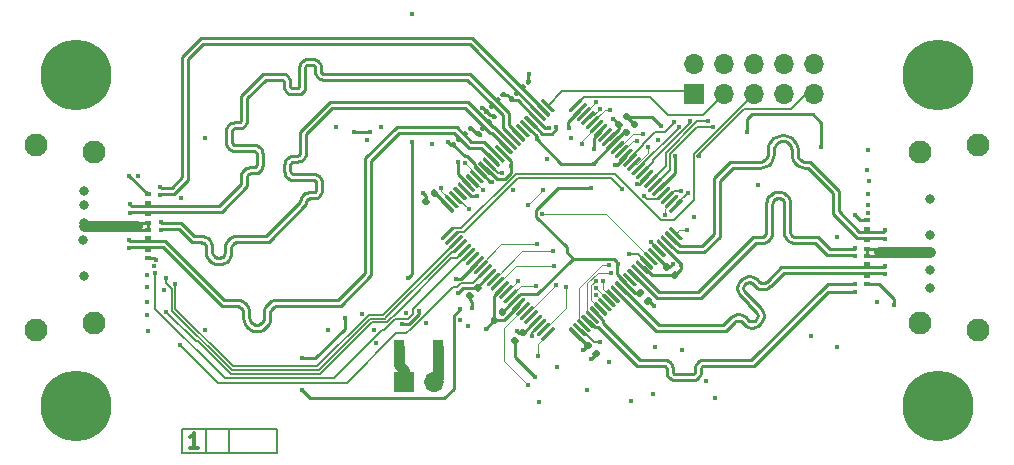
<source format=gbr>
%TF.GenerationSoftware,KiCad,Pcbnew,(5.1.10)-1*%
%TF.CreationDate,2021-07-15T21:59:58+02:00*%
%TF.ProjectId,PCB,5043422e-6b69-4636-9164-5f7063625858,rev?*%
%TF.SameCoordinates,Original*%
%TF.FileFunction,Copper,L1,Top*%
%TF.FilePolarity,Positive*%
%FSLAX46Y46*%
G04 Gerber Fmt 4.6, Leading zero omitted, Abs format (unit mm)*
G04 Created by KiCad (PCBNEW (5.1.10)-1) date 2021-07-15 21:59:58*
%MOMM*%
%LPD*%
G01*
G04 APERTURE LIST*
%TA.AperFunction,NonConductor*%
%ADD10C,0.300000*%
%TD*%
%TA.AperFunction,ComponentPad*%
%ADD11C,6.000000*%
%TD*%
%TA.AperFunction,ComponentPad*%
%ADD12O,1.700000X1.700000*%
%TD*%
%TA.AperFunction,ComponentPad*%
%ADD13R,1.700000X1.700000*%
%TD*%
%TA.AperFunction,SMDPad,CuDef*%
%ADD14R,0.550000X0.300000*%
%TD*%
%TA.AperFunction,ComponentPad*%
%ADD15C,1.950000*%
%TD*%
%TA.AperFunction,SMDPad,CuDef*%
%ADD16R,0.900000X1.200000*%
%TD*%
%TA.AperFunction,ViaPad*%
%ADD17C,0.800000*%
%TD*%
%TA.AperFunction,ViaPad*%
%ADD18C,0.450000*%
%TD*%
%TA.AperFunction,Conductor*%
%ADD19C,0.152400*%
%TD*%
%TA.AperFunction,Conductor*%
%ADD20C,0.889000*%
%TD*%
%TA.AperFunction,Conductor*%
%ADD21C,0.254000*%
%TD*%
%TA.AperFunction,Conductor*%
%ADD22C,0.088900*%
%TD*%
G04 APERTURE END LIST*
D10*
X118371428Y-122538095D02*
X117628571Y-122538095D01*
X118000000Y-122538095D02*
X118000000Y-121238095D01*
X117876190Y-121423809D01*
X117752380Y-121547619D01*
X117628571Y-121609523D01*
D11*
%TO.P,REF\u002A\u002A,1*%
%TO.N,GND*%
X108000000Y-118950000D03*
%TD*%
%TO.P,REF\u002A\u002A,1*%
%TO.N,GND*%
X181000000Y-118950000D03*
%TD*%
%TO.P,REF\u002A\u002A,1*%
%TO.N,GND*%
X181000000Y-90950000D03*
%TD*%
%TO.P,REF\u002A\u002A,1*%
%TO.N,GND*%
X108000000Y-90950000D03*
%TD*%
%TO.P,U2,100*%
%TO.N,/PROG_B*%
%TA.AperFunction,SMDPad,CuDef*%
G36*
G01*
X139831546Y-102598959D02*
X138894630Y-101662043D01*
G75*
G02*
X138894630Y-101555977I53033J53033D01*
G01*
X139000696Y-101449911D01*
G75*
G02*
X139106762Y-101449911I53033J-53033D01*
G01*
X140043678Y-102386827D01*
G75*
G02*
X140043678Y-102492893I-53033J-53033D01*
G01*
X139937612Y-102598959D01*
G75*
G02*
X139831546Y-102598959I-53033J53033D01*
G01*
G37*
%TD.AperFunction*%
%TO.P,U2,99*%
%TO.N,/DQ7*%
%TA.AperFunction,SMDPad,CuDef*%
G36*
G01*
X140185099Y-102245406D02*
X139248183Y-101308490D01*
G75*
G02*
X139248183Y-101202424I53033J53033D01*
G01*
X139354249Y-101096358D01*
G75*
G02*
X139460315Y-101096358I53033J-53033D01*
G01*
X140397231Y-102033274D01*
G75*
G02*
X140397231Y-102139340I-53033J-53033D01*
G01*
X140291165Y-102245406D01*
G75*
G02*
X140185099Y-102245406I-53033J53033D01*
G01*
G37*
%TD.AperFunction*%
%TO.P,U2,98*%
%TO.N,/CKE*%
%TA.AperFunction,SMDPad,CuDef*%
G36*
G01*
X140538652Y-101891852D02*
X139601736Y-100954936D01*
G75*
G02*
X139601736Y-100848870I53033J53033D01*
G01*
X139707802Y-100742804D01*
G75*
G02*
X139813868Y-100742804I53033J-53033D01*
G01*
X140750784Y-101679720D01*
G75*
G02*
X140750784Y-101785786I-53033J-53033D01*
G01*
X140644718Y-101891852D01*
G75*
G02*
X140538652Y-101891852I-53033J53033D01*
G01*
G37*
%TD.AperFunction*%
%TO.P,U2,97*%
%TO.N,N/C*%
%TA.AperFunction,SMDPad,CuDef*%
G36*
G01*
X140892206Y-101538299D02*
X139955290Y-100601383D01*
G75*
G02*
X139955290Y-100495317I53033J53033D01*
G01*
X140061356Y-100389251D01*
G75*
G02*
X140167422Y-100389251I53033J-53033D01*
G01*
X141104338Y-101326167D01*
G75*
G02*
X141104338Y-101432233I-53033J-53033D01*
G01*
X140998272Y-101538299D01*
G75*
G02*
X140892206Y-101538299I-53033J53033D01*
G01*
G37*
%TD.AperFunction*%
%TO.P,U2,96*%
%TO.N,+3V3*%
%TA.AperFunction,SMDPad,CuDef*%
G36*
G01*
X141245759Y-101184745D02*
X140308843Y-100247829D01*
G75*
G02*
X140308843Y-100141763I53033J53033D01*
G01*
X140414909Y-100035697D01*
G75*
G02*
X140520975Y-100035697I53033J-53033D01*
G01*
X141457891Y-100972613D01*
G75*
G02*
X141457891Y-101078679I-53033J-53033D01*
G01*
X141351825Y-101184745D01*
G75*
G02*
X141245759Y-101184745I-53033J53033D01*
G01*
G37*
%TD.AperFunction*%
%TO.P,U2,95*%
%TO.N,GND*%
%TA.AperFunction,SMDPad,CuDef*%
G36*
G01*
X141599313Y-100831192D02*
X140662397Y-99894276D01*
G75*
G02*
X140662397Y-99788210I53033J53033D01*
G01*
X140768463Y-99682144D01*
G75*
G02*
X140874529Y-99682144I53033J-53033D01*
G01*
X141811445Y-100619060D01*
G75*
G02*
X141811445Y-100725126I-53033J-53033D01*
G01*
X141705379Y-100831192D01*
G75*
G02*
X141599313Y-100831192I-53033J53033D01*
G01*
G37*
%TD.AperFunction*%
%TO.P,U2,94*%
%TO.N,/DQM*%
%TA.AperFunction,SMDPad,CuDef*%
G36*
G01*
X141952866Y-100477639D02*
X141015950Y-99540723D01*
G75*
G02*
X141015950Y-99434657I53033J53033D01*
G01*
X141122016Y-99328591D01*
G75*
G02*
X141228082Y-99328591I53033J-53033D01*
G01*
X142164998Y-100265507D01*
G75*
G02*
X142164998Y-100371573I-53033J-53033D01*
G01*
X142058932Y-100477639D01*
G75*
G02*
X141952866Y-100477639I-53033J53033D01*
G01*
G37*
%TD.AperFunction*%
%TO.P,U2,93*%
%TO.N,/DQ4*%
%TA.AperFunction,SMDPad,CuDef*%
G36*
G01*
X142306419Y-100124085D02*
X141369503Y-99187169D01*
G75*
G02*
X141369503Y-99081103I53033J53033D01*
G01*
X141475569Y-98975037D01*
G75*
G02*
X141581635Y-98975037I53033J-53033D01*
G01*
X142518551Y-99911953D01*
G75*
G02*
X142518551Y-100018019I-53033J-53033D01*
G01*
X142412485Y-100124085D01*
G75*
G02*
X142306419Y-100124085I-53033J53033D01*
G01*
G37*
%TD.AperFunction*%
%TO.P,U2,92*%
%TO.N,+3V3*%
%TA.AperFunction,SMDPad,CuDef*%
G36*
G01*
X142659973Y-99770532D02*
X141723057Y-98833616D01*
G75*
G02*
X141723057Y-98727550I53033J53033D01*
G01*
X141829123Y-98621484D01*
G75*
G02*
X141935189Y-98621484I53033J-53033D01*
G01*
X142872105Y-99558400D01*
G75*
G02*
X142872105Y-99664466I-53033J-53033D01*
G01*
X142766039Y-99770532D01*
G75*
G02*
X142659973Y-99770532I-53033J53033D01*
G01*
G37*
%TD.AperFunction*%
%TO.P,U2,91*%
%TO.N,GND*%
%TA.AperFunction,SMDPad,CuDef*%
G36*
G01*
X143013526Y-99416978D02*
X142076610Y-98480062D01*
G75*
G02*
X142076610Y-98373996I53033J53033D01*
G01*
X142182676Y-98267930D01*
G75*
G02*
X142288742Y-98267930I53033J-53033D01*
G01*
X143225658Y-99204846D01*
G75*
G02*
X143225658Y-99310912I-53033J-53033D01*
G01*
X143119592Y-99416978D01*
G75*
G02*
X143013526Y-99416978I-53033J53033D01*
G01*
G37*
%TD.AperFunction*%
%TO.P,U2,90*%
%TO.N,Net-(R19-Pad1)*%
%TA.AperFunction,SMDPad,CuDef*%
G36*
G01*
X143367080Y-99063425D02*
X142430164Y-98126509D01*
G75*
G02*
X142430164Y-98020443I53033J53033D01*
G01*
X142536230Y-97914377D01*
G75*
G02*
X142642296Y-97914377I53033J-53033D01*
G01*
X143579212Y-98851293D01*
G75*
G02*
X143579212Y-98957359I-53033J-53033D01*
G01*
X143473146Y-99063425D01*
G75*
G02*
X143367080Y-99063425I-53033J53033D01*
G01*
G37*
%TD.AperFunction*%
%TO.P,U2,89*%
%TO.N,/CK_IN_N*%
%TA.AperFunction,SMDPad,CuDef*%
G36*
G01*
X143720633Y-98709872D02*
X142783717Y-97772956D01*
G75*
G02*
X142783717Y-97666890I53033J53033D01*
G01*
X142889783Y-97560824D01*
G75*
G02*
X142995849Y-97560824I53033J-53033D01*
G01*
X143932765Y-98497740D01*
G75*
G02*
X143932765Y-98603806I-53033J-53033D01*
G01*
X143826699Y-98709872D01*
G75*
G02*
X143720633Y-98709872I-53033J53033D01*
G01*
G37*
%TD.AperFunction*%
%TO.P,U2,88*%
%TO.N,/CK_IN_P*%
%TA.AperFunction,SMDPad,CuDef*%
G36*
G01*
X144074186Y-98356318D02*
X143137270Y-97419402D01*
G75*
G02*
X143137270Y-97313336I53033J53033D01*
G01*
X143243336Y-97207270D01*
G75*
G02*
X143349402Y-97207270I53033J-53033D01*
G01*
X144286318Y-98144186D01*
G75*
G02*
X144286318Y-98250252I-53033J-53033D01*
G01*
X144180252Y-98356318D01*
G75*
G02*
X144074186Y-98356318I-53033J53033D01*
G01*
G37*
%TD.AperFunction*%
%TO.P,U2,87*%
%TO.N,GND*%
%TA.AperFunction,SMDPad,CuDef*%
G36*
G01*
X144427740Y-98002765D02*
X143490824Y-97065849D01*
G75*
G02*
X143490824Y-96959783I53033J53033D01*
G01*
X143596890Y-96853717D01*
G75*
G02*
X143702956Y-96853717I53033J-53033D01*
G01*
X144639872Y-97790633D01*
G75*
G02*
X144639872Y-97896699I-53033J-53033D01*
G01*
X144533806Y-98002765D01*
G75*
G02*
X144427740Y-98002765I-53033J53033D01*
G01*
G37*
%TD.AperFunction*%
%TO.P,U2,86*%
%TO.N,/D0_IN_N*%
%TA.AperFunction,SMDPad,CuDef*%
G36*
G01*
X144781293Y-97649212D02*
X143844377Y-96712296D01*
G75*
G02*
X143844377Y-96606230I53033J53033D01*
G01*
X143950443Y-96500164D01*
G75*
G02*
X144056509Y-96500164I53033J-53033D01*
G01*
X144993425Y-97437080D01*
G75*
G02*
X144993425Y-97543146I-53033J-53033D01*
G01*
X144887359Y-97649212D01*
G75*
G02*
X144781293Y-97649212I-53033J53033D01*
G01*
G37*
%TD.AperFunction*%
%TO.P,U2,85*%
%TO.N,/D0_IN_P*%
%TA.AperFunction,SMDPad,CuDef*%
G36*
G01*
X145134846Y-97295658D02*
X144197930Y-96358742D01*
G75*
G02*
X144197930Y-96252676I53033J53033D01*
G01*
X144303996Y-96146610D01*
G75*
G02*
X144410062Y-96146610I53033J-53033D01*
G01*
X145346978Y-97083526D01*
G75*
G02*
X145346978Y-97189592I-53033J-53033D01*
G01*
X145240912Y-97295658D01*
G75*
G02*
X145134846Y-97295658I-53033J53033D01*
G01*
G37*
%TD.AperFunction*%
%TO.P,U2,84*%
%TO.N,/D1_IN_N*%
%TA.AperFunction,SMDPad,CuDef*%
G36*
G01*
X145488400Y-96942105D02*
X144551484Y-96005189D01*
G75*
G02*
X144551484Y-95899123I53033J53033D01*
G01*
X144657550Y-95793057D01*
G75*
G02*
X144763616Y-95793057I53033J-53033D01*
G01*
X145700532Y-96729973D01*
G75*
G02*
X145700532Y-96836039I-53033J-53033D01*
G01*
X145594466Y-96942105D01*
G75*
G02*
X145488400Y-96942105I-53033J53033D01*
G01*
G37*
%TD.AperFunction*%
%TO.P,U2,83*%
%TO.N,/D1_IN_P*%
%TA.AperFunction,SMDPad,CuDef*%
G36*
G01*
X145841953Y-96588551D02*
X144905037Y-95651635D01*
G75*
G02*
X144905037Y-95545569I53033J53033D01*
G01*
X145011103Y-95439503D01*
G75*
G02*
X145117169Y-95439503I53033J-53033D01*
G01*
X146054085Y-96376419D01*
G75*
G02*
X146054085Y-96482485I-53033J-53033D01*
G01*
X145948019Y-96588551D01*
G75*
G02*
X145841953Y-96588551I-53033J53033D01*
G01*
G37*
%TD.AperFunction*%
%TO.P,U2,82*%
%TO.N,N/C*%
%TA.AperFunction,SMDPad,CuDef*%
G36*
G01*
X146195507Y-96234998D02*
X145258591Y-95298082D01*
G75*
G02*
X145258591Y-95192016I53033J53033D01*
G01*
X145364657Y-95085950D01*
G75*
G02*
X145470723Y-95085950I53033J-53033D01*
G01*
X146407639Y-96022866D01*
G75*
G02*
X146407639Y-96128932I-53033J-53033D01*
G01*
X146301573Y-96234998D01*
G75*
G02*
X146195507Y-96234998I-53033J53033D01*
G01*
G37*
%TD.AperFunction*%
%TO.P,U2,81*%
%TO.N,+1V2*%
%TA.AperFunction,SMDPad,CuDef*%
G36*
G01*
X146549060Y-95881445D02*
X145612144Y-94944529D01*
G75*
G02*
X145612144Y-94838463I53033J53033D01*
G01*
X145718210Y-94732397D01*
G75*
G02*
X145824276Y-94732397I53033J-53033D01*
G01*
X146761192Y-95669313D01*
G75*
G02*
X146761192Y-95775379I-53033J-53033D01*
G01*
X146655126Y-95881445D01*
G75*
G02*
X146549060Y-95881445I-53033J53033D01*
G01*
G37*
%TD.AperFunction*%
%TO.P,U2,80*%
%TO.N,GND*%
%TA.AperFunction,SMDPad,CuDef*%
G36*
G01*
X146902613Y-95527891D02*
X145965697Y-94590975D01*
G75*
G02*
X145965697Y-94484909I53033J53033D01*
G01*
X146071763Y-94378843D01*
G75*
G02*
X146177829Y-94378843I53033J-53033D01*
G01*
X147114745Y-95315759D01*
G75*
G02*
X147114745Y-95421825I-53033J-53033D01*
G01*
X147008679Y-95527891D01*
G75*
G02*
X146902613Y-95527891I-53033J53033D01*
G01*
G37*
%TD.AperFunction*%
%TO.P,U2,79*%
%TO.N,+3V3*%
%TA.AperFunction,SMDPad,CuDef*%
G36*
G01*
X147256167Y-95174338D02*
X146319251Y-94237422D01*
G75*
G02*
X146319251Y-94131356I53033J53033D01*
G01*
X146425317Y-94025290D01*
G75*
G02*
X146531383Y-94025290I53033J-53033D01*
G01*
X147468299Y-94962206D01*
G75*
G02*
X147468299Y-95068272I-53033J-53033D01*
G01*
X147362233Y-95174338D01*
G75*
G02*
X147256167Y-95174338I-53033J53033D01*
G01*
G37*
%TD.AperFunction*%
%TO.P,U2,78*%
%TO.N,/D2_IN_N*%
%TA.AperFunction,SMDPad,CuDef*%
G36*
G01*
X147609720Y-94820784D02*
X146672804Y-93883868D01*
G75*
G02*
X146672804Y-93777802I53033J53033D01*
G01*
X146778870Y-93671736D01*
G75*
G02*
X146884936Y-93671736I53033J-53033D01*
G01*
X147821852Y-94608652D01*
G75*
G02*
X147821852Y-94714718I-53033J-53033D01*
G01*
X147715786Y-94820784D01*
G75*
G02*
X147609720Y-94820784I-53033J53033D01*
G01*
G37*
%TD.AperFunction*%
%TO.P,U2,77*%
%TO.N,/D2_IN_P*%
%TA.AperFunction,SMDPad,CuDef*%
G36*
G01*
X147963274Y-94467231D02*
X147026358Y-93530315D01*
G75*
G02*
X147026358Y-93424249I53033J53033D01*
G01*
X147132424Y-93318183D01*
G75*
G02*
X147238490Y-93318183I53033J-53033D01*
G01*
X148175406Y-94255099D01*
G75*
G02*
X148175406Y-94361165I-53033J-53033D01*
G01*
X148069340Y-94467231D01*
G75*
G02*
X147963274Y-94467231I-53033J53033D01*
G01*
G37*
%TD.AperFunction*%
%TO.P,U2,76*%
%TO.N,/TCK*%
%TA.AperFunction,SMDPad,CuDef*%
G36*
G01*
X148316827Y-94113678D02*
X147379911Y-93176762D01*
G75*
G02*
X147379911Y-93070696I53033J53033D01*
G01*
X147485977Y-92964630D01*
G75*
G02*
X147592043Y-92964630I53033J-53033D01*
G01*
X148528959Y-93901546D01*
G75*
G02*
X148528959Y-94007612I-53033J-53033D01*
G01*
X148422893Y-94113678D01*
G75*
G02*
X148316827Y-94113678I-53033J53033D01*
G01*
G37*
%TD.AperFunction*%
%TO.P,U2,75*%
%TO.N,/TDO*%
%TA.AperFunction,SMDPad,CuDef*%
G36*
G01*
X149837107Y-94113678D02*
X149731041Y-94007612D01*
G75*
G02*
X149731041Y-93901546I53033J53033D01*
G01*
X150667957Y-92964630D01*
G75*
G02*
X150774023Y-92964630I53033J-53033D01*
G01*
X150880089Y-93070696D01*
G75*
G02*
X150880089Y-93176762I-53033J-53033D01*
G01*
X149943173Y-94113678D01*
G75*
G02*
X149837107Y-94113678I-53033J53033D01*
G01*
G37*
%TD.AperFunction*%
%TO.P,U2,74*%
%TO.N,GND*%
%TA.AperFunction,SMDPad,CuDef*%
G36*
G01*
X150190660Y-94467231D02*
X150084594Y-94361165D01*
G75*
G02*
X150084594Y-94255099I53033J53033D01*
G01*
X151021510Y-93318183D01*
G75*
G02*
X151127576Y-93318183I53033J-53033D01*
G01*
X151233642Y-93424249D01*
G75*
G02*
X151233642Y-93530315I-53033J-53033D01*
G01*
X150296726Y-94467231D01*
G75*
G02*
X150190660Y-94467231I-53033J53033D01*
G01*
G37*
%TD.AperFunction*%
%TO.P,U2,73*%
%TO.N,/A11*%
%TA.AperFunction,SMDPad,CuDef*%
G36*
G01*
X150544214Y-94820784D02*
X150438148Y-94714718D01*
G75*
G02*
X150438148Y-94608652I53033J53033D01*
G01*
X151375064Y-93671736D01*
G75*
G02*
X151481130Y-93671736I53033J-53033D01*
G01*
X151587196Y-93777802D01*
G75*
G02*
X151587196Y-93883868I-53033J-53033D01*
G01*
X150650280Y-94820784D01*
G75*
G02*
X150544214Y-94820784I-53033J53033D01*
G01*
G37*
%TD.AperFunction*%
%TO.P,U2,72*%
%TO.N,/A12*%
%TA.AperFunction,SMDPad,CuDef*%
G36*
G01*
X150897767Y-95174338D02*
X150791701Y-95068272D01*
G75*
G02*
X150791701Y-94962206I53033J53033D01*
G01*
X151728617Y-94025290D01*
G75*
G02*
X151834683Y-94025290I53033J-53033D01*
G01*
X151940749Y-94131356D01*
G75*
G02*
X151940749Y-94237422I-53033J-53033D01*
G01*
X151003833Y-95174338D01*
G75*
G02*
X150897767Y-95174338I-53033J53033D01*
G01*
G37*
%TD.AperFunction*%
%TO.P,U2,71*%
%TO.N,/A9*%
%TA.AperFunction,SMDPad,CuDef*%
G36*
G01*
X151251321Y-95527891D02*
X151145255Y-95421825D01*
G75*
G02*
X151145255Y-95315759I53033J53033D01*
G01*
X152082171Y-94378843D01*
G75*
G02*
X152188237Y-94378843I53033J-53033D01*
G01*
X152294303Y-94484909D01*
G75*
G02*
X152294303Y-94590975I-53033J-53033D01*
G01*
X151357387Y-95527891D01*
G75*
G02*
X151251321Y-95527891I-53033J53033D01*
G01*
G37*
%TD.AperFunction*%
%TO.P,U2,70*%
%TO.N,/CLK*%
%TA.AperFunction,SMDPad,CuDef*%
G36*
G01*
X151604874Y-95881445D02*
X151498808Y-95775379D01*
G75*
G02*
X151498808Y-95669313I53033J53033D01*
G01*
X152435724Y-94732397D01*
G75*
G02*
X152541790Y-94732397I53033J-53033D01*
G01*
X152647856Y-94838463D01*
G75*
G02*
X152647856Y-94944529I-53033J-53033D01*
G01*
X151710940Y-95881445D01*
G75*
G02*
X151604874Y-95881445I-53033J53033D01*
G01*
G37*
%TD.AperFunction*%
%TO.P,U2,69*%
%TO.N,GND*%
%TA.AperFunction,SMDPad,CuDef*%
G36*
G01*
X151958427Y-96234998D02*
X151852361Y-96128932D01*
G75*
G02*
X151852361Y-96022866I53033J53033D01*
G01*
X152789277Y-95085950D01*
G75*
G02*
X152895343Y-95085950I53033J-53033D01*
G01*
X153001409Y-95192016D01*
G75*
G02*
X153001409Y-95298082I-53033J-53033D01*
G01*
X152064493Y-96234998D01*
G75*
G02*
X151958427Y-96234998I-53033J53033D01*
G01*
G37*
%TD.AperFunction*%
%TO.P,U2,68*%
%TO.N,N/C*%
%TA.AperFunction,SMDPad,CuDef*%
G36*
G01*
X152311981Y-96588551D02*
X152205915Y-96482485D01*
G75*
G02*
X152205915Y-96376419I53033J53033D01*
G01*
X153142831Y-95439503D01*
G75*
G02*
X153248897Y-95439503I53033J-53033D01*
G01*
X153354963Y-95545569D01*
G75*
G02*
X153354963Y-95651635I-53033J-53033D01*
G01*
X152418047Y-96588551D01*
G75*
G02*
X152311981Y-96588551I-53033J53033D01*
G01*
G37*
%TD.AperFunction*%
%TO.P,U2,67*%
%TO.N,+3V3*%
%TA.AperFunction,SMDPad,CuDef*%
G36*
G01*
X152665534Y-96942105D02*
X152559468Y-96836039D01*
G75*
G02*
X152559468Y-96729973I53033J53033D01*
G01*
X153496384Y-95793057D01*
G75*
G02*
X153602450Y-95793057I53033J-53033D01*
G01*
X153708516Y-95899123D01*
G75*
G02*
X153708516Y-96005189I-53033J-53033D01*
G01*
X152771600Y-96942105D01*
G75*
G02*
X152665534Y-96942105I-53033J53033D01*
G01*
G37*
%TD.AperFunction*%
%TO.P,U2,66*%
%TO.N,+1V2*%
%TA.AperFunction,SMDPad,CuDef*%
G36*
G01*
X153019088Y-97295658D02*
X152913022Y-97189592D01*
G75*
G02*
X152913022Y-97083526I53033J53033D01*
G01*
X153849938Y-96146610D01*
G75*
G02*
X153956004Y-96146610I53033J-53033D01*
G01*
X154062070Y-96252676D01*
G75*
G02*
X154062070Y-96358742I-53033J-53033D01*
G01*
X153125154Y-97295658D01*
G75*
G02*
X153019088Y-97295658I-53033J53033D01*
G01*
G37*
%TD.AperFunction*%
%TO.P,U2,65*%
%TO.N,/A7*%
%TA.AperFunction,SMDPad,CuDef*%
G36*
G01*
X153372641Y-97649212D02*
X153266575Y-97543146D01*
G75*
G02*
X153266575Y-97437080I53033J53033D01*
G01*
X154203491Y-96500164D01*
G75*
G02*
X154309557Y-96500164I53033J-53033D01*
G01*
X154415623Y-96606230D01*
G75*
G02*
X154415623Y-96712296I-53033J-53033D01*
G01*
X153478707Y-97649212D01*
G75*
G02*
X153372641Y-97649212I-53033J53033D01*
G01*
G37*
%TD.AperFunction*%
%TO.P,U2,64*%
%TO.N,/A8*%
%TA.AperFunction,SMDPad,CuDef*%
G36*
G01*
X153726194Y-98002765D02*
X153620128Y-97896699D01*
G75*
G02*
X153620128Y-97790633I53033J53033D01*
G01*
X154557044Y-96853717D01*
G75*
G02*
X154663110Y-96853717I53033J-53033D01*
G01*
X154769176Y-96959783D01*
G75*
G02*
X154769176Y-97065849I-53033J-53033D01*
G01*
X153832260Y-98002765D01*
G75*
G02*
X153726194Y-98002765I-53033J53033D01*
G01*
G37*
%TD.AperFunction*%
%TO.P,U2,63*%
%TO.N,GND*%
%TA.AperFunction,SMDPad,CuDef*%
G36*
G01*
X154079748Y-98356318D02*
X153973682Y-98250252D01*
G75*
G02*
X153973682Y-98144186I53033J53033D01*
G01*
X154910598Y-97207270D01*
G75*
G02*
X155016664Y-97207270I53033J-53033D01*
G01*
X155122730Y-97313336D01*
G75*
G02*
X155122730Y-97419402I-53033J-53033D01*
G01*
X154185814Y-98356318D01*
G75*
G02*
X154079748Y-98356318I-53033J53033D01*
G01*
G37*
%TD.AperFunction*%
%TO.P,U2,62*%
%TO.N,/HPD_OUT*%
%TA.AperFunction,SMDPad,CuDef*%
G36*
G01*
X154433301Y-98709872D02*
X154327235Y-98603806D01*
G75*
G02*
X154327235Y-98497740I53033J53033D01*
G01*
X155264151Y-97560824D01*
G75*
G02*
X155370217Y-97560824I53033J-53033D01*
G01*
X155476283Y-97666890D01*
G75*
G02*
X155476283Y-97772956I-53033J-53033D01*
G01*
X154539367Y-98709872D01*
G75*
G02*
X154433301Y-98709872I-53033J53033D01*
G01*
G37*
%TD.AperFunction*%
%TO.P,U2,61*%
%TO.N,/A6*%
%TA.AperFunction,SMDPad,CuDef*%
G36*
G01*
X154786854Y-99063425D02*
X154680788Y-98957359D01*
G75*
G02*
X154680788Y-98851293I53033J53033D01*
G01*
X155617704Y-97914377D01*
G75*
G02*
X155723770Y-97914377I53033J-53033D01*
G01*
X155829836Y-98020443D01*
G75*
G02*
X155829836Y-98126509I-53033J-53033D01*
G01*
X154892920Y-99063425D01*
G75*
G02*
X154786854Y-99063425I-53033J53033D01*
G01*
G37*
%TD.AperFunction*%
%TO.P,U2,60*%
%TO.N,/SDA_OUT*%
%TA.AperFunction,SMDPad,CuDef*%
G36*
G01*
X155140408Y-99416978D02*
X155034342Y-99310912D01*
G75*
G02*
X155034342Y-99204846I53033J53033D01*
G01*
X155971258Y-98267930D01*
G75*
G02*
X156077324Y-98267930I53033J-53033D01*
G01*
X156183390Y-98373996D01*
G75*
G02*
X156183390Y-98480062I-53033J-53033D01*
G01*
X155246474Y-99416978D01*
G75*
G02*
X155140408Y-99416978I-53033J53033D01*
G01*
G37*
%TD.AperFunction*%
%TO.P,U2,59*%
%TO.N,/SCL_OUT*%
%TA.AperFunction,SMDPad,CuDef*%
G36*
G01*
X155493961Y-99770532D02*
X155387895Y-99664466D01*
G75*
G02*
X155387895Y-99558400I53033J53033D01*
G01*
X156324811Y-98621484D01*
G75*
G02*
X156430877Y-98621484I53033J-53033D01*
G01*
X156536943Y-98727550D01*
G75*
G02*
X156536943Y-98833616I-53033J-53033D01*
G01*
X155600027Y-99770532D01*
G75*
G02*
X155493961Y-99770532I-53033J53033D01*
G01*
G37*
%TD.AperFunction*%
%TO.P,U2,58*%
%TO.N,GND*%
%TA.AperFunction,SMDPad,CuDef*%
G36*
G01*
X155847515Y-100124085D02*
X155741449Y-100018019D01*
G75*
G02*
X155741449Y-99911953I53033J53033D01*
G01*
X156678365Y-98975037D01*
G75*
G02*
X156784431Y-98975037I53033J-53033D01*
G01*
X156890497Y-99081103D01*
G75*
G02*
X156890497Y-99187169I-53033J-53033D01*
G01*
X155953581Y-100124085D01*
G75*
G02*
X155847515Y-100124085I-53033J53033D01*
G01*
G37*
%TD.AperFunction*%
%TO.P,U2,57*%
%TO.N,/UTIL_OUT*%
%TA.AperFunction,SMDPad,CuDef*%
G36*
G01*
X156201068Y-100477639D02*
X156095002Y-100371573D01*
G75*
G02*
X156095002Y-100265507I53033J53033D01*
G01*
X157031918Y-99328591D01*
G75*
G02*
X157137984Y-99328591I53033J-53033D01*
G01*
X157244050Y-99434657D01*
G75*
G02*
X157244050Y-99540723I-53033J-53033D01*
G01*
X156307134Y-100477639D01*
G75*
G02*
X156201068Y-100477639I-53033J53033D01*
G01*
G37*
%TD.AperFunction*%
%TO.P,U2,56*%
%TO.N,/CEC_OUT*%
%TA.AperFunction,SMDPad,CuDef*%
G36*
G01*
X156554621Y-100831192D02*
X156448555Y-100725126D01*
G75*
G02*
X156448555Y-100619060I53033J53033D01*
G01*
X157385471Y-99682144D01*
G75*
G02*
X157491537Y-99682144I53033J-53033D01*
G01*
X157597603Y-99788210D01*
G75*
G02*
X157597603Y-99894276I-53033J-53033D01*
G01*
X156660687Y-100831192D01*
G75*
G02*
X156554621Y-100831192I-53033J53033D01*
G01*
G37*
%TD.AperFunction*%
%TO.P,U2,55*%
%TO.N,+3V3*%
%TA.AperFunction,SMDPad,CuDef*%
G36*
G01*
X156908175Y-101184745D02*
X156802109Y-101078679D01*
G75*
G02*
X156802109Y-100972613I53033J53033D01*
G01*
X157739025Y-100035697D01*
G75*
G02*
X157845091Y-100035697I53033J-53033D01*
G01*
X157951157Y-100141763D01*
G75*
G02*
X157951157Y-100247829I-53033J-53033D01*
G01*
X157014241Y-101184745D01*
G75*
G02*
X156908175Y-101184745I-53033J53033D01*
G01*
G37*
%TD.AperFunction*%
%TO.P,U2,54*%
%TO.N,/DONE*%
%TA.AperFunction,SMDPad,CuDef*%
G36*
G01*
X157261728Y-101538299D02*
X157155662Y-101432233D01*
G75*
G02*
X157155662Y-101326167I53033J53033D01*
G01*
X158092578Y-100389251D01*
G75*
G02*
X158198644Y-100389251I53033J-53033D01*
G01*
X158304710Y-100495317D01*
G75*
G02*
X158304710Y-100601383I-53033J-53033D01*
G01*
X157367794Y-101538299D01*
G75*
G02*
X157261728Y-101538299I-53033J53033D01*
G01*
G37*
%TD.AperFunction*%
%TO.P,U2,53*%
%TO.N,/SCK*%
%TA.AperFunction,SMDPad,CuDef*%
G36*
G01*
X157615282Y-101891852D02*
X157509216Y-101785786D01*
G75*
G02*
X157509216Y-101679720I53033J53033D01*
G01*
X158446132Y-100742804D01*
G75*
G02*
X158552198Y-100742804I53033J-53033D01*
G01*
X158658264Y-100848870D01*
G75*
G02*
X158658264Y-100954936I-53033J-53033D01*
G01*
X157721348Y-101891852D01*
G75*
G02*
X157615282Y-101891852I-53033J53033D01*
G01*
G37*
%TD.AperFunction*%
%TO.P,U2,52*%
%TO.N,/DQ3*%
%TA.AperFunction,SMDPad,CuDef*%
G36*
G01*
X157968835Y-102245406D02*
X157862769Y-102139340D01*
G75*
G02*
X157862769Y-102033274I53033J53033D01*
G01*
X158799685Y-101096358D01*
G75*
G02*
X158905751Y-101096358I53033J-53033D01*
G01*
X159011817Y-101202424D01*
G75*
G02*
X159011817Y-101308490I-53033J-53033D01*
G01*
X158074901Y-102245406D01*
G75*
G02*
X157968835Y-102245406I-53033J53033D01*
G01*
G37*
%TD.AperFunction*%
%TO.P,U2,51*%
%TO.N,/SO*%
%TA.AperFunction,SMDPad,CuDef*%
G36*
G01*
X158322388Y-102598959D02*
X158216322Y-102492893D01*
G75*
G02*
X158216322Y-102386827I53033J53033D01*
G01*
X159153238Y-101449911D01*
G75*
G02*
X159259304Y-101449911I53033J-53033D01*
G01*
X159365370Y-101555977D01*
G75*
G02*
X159365370Y-101662043I-53033J-53033D01*
G01*
X158428454Y-102598959D01*
G75*
G02*
X158322388Y-102598959I-53033J53033D01*
G01*
G37*
%TD.AperFunction*%
%TO.P,U2,50*%
%TO.N,/DQ0*%
%TA.AperFunction,SMDPad,CuDef*%
G36*
G01*
X159153238Y-104950089D02*
X158216322Y-104013173D01*
G75*
G02*
X158216322Y-103907107I53033J53033D01*
G01*
X158322388Y-103801041D01*
G75*
G02*
X158428454Y-103801041I53033J-53033D01*
G01*
X159365370Y-104737957D01*
G75*
G02*
X159365370Y-104844023I-53033J-53033D01*
G01*
X159259304Y-104950089D01*
G75*
G02*
X159153238Y-104950089I-53033J53033D01*
G01*
G37*
%TD.AperFunction*%
%TO.P,U2,49*%
%TO.N,/CK_OUT_N*%
%TA.AperFunction,SMDPad,CuDef*%
G36*
G01*
X158799685Y-105303642D02*
X157862769Y-104366726D01*
G75*
G02*
X157862769Y-104260660I53033J53033D01*
G01*
X157968835Y-104154594D01*
G75*
G02*
X158074901Y-104154594I53033J-53033D01*
G01*
X159011817Y-105091510D01*
G75*
G02*
X159011817Y-105197576I-53033J-53033D01*
G01*
X158905751Y-105303642D01*
G75*
G02*
X158799685Y-105303642I-53033J53033D01*
G01*
G37*
%TD.AperFunction*%
%TO.P,U2,48*%
%TO.N,/CK_OUT_P*%
%TA.AperFunction,SMDPad,CuDef*%
G36*
G01*
X158446132Y-105657196D02*
X157509216Y-104720280D01*
G75*
G02*
X157509216Y-104614214I53033J53033D01*
G01*
X157615282Y-104508148D01*
G75*
G02*
X157721348Y-104508148I53033J-53033D01*
G01*
X158658264Y-105445064D01*
G75*
G02*
X158658264Y-105551130I-53033J-53033D01*
G01*
X158552198Y-105657196D01*
G75*
G02*
X158446132Y-105657196I-53033J53033D01*
G01*
G37*
%TD.AperFunction*%
%TO.P,U2,47*%
%TO.N,GND*%
%TA.AperFunction,SMDPad,CuDef*%
G36*
G01*
X158092578Y-106010749D02*
X157155662Y-105073833D01*
G75*
G02*
X157155662Y-104967767I53033J53033D01*
G01*
X157261728Y-104861701D01*
G75*
G02*
X157367794Y-104861701I53033J-53033D01*
G01*
X158304710Y-105798617D01*
G75*
G02*
X158304710Y-105904683I-53033J-53033D01*
G01*
X158198644Y-106010749D01*
G75*
G02*
X158092578Y-106010749I-53033J53033D01*
G01*
G37*
%TD.AperFunction*%
%TO.P,U2,46*%
%TO.N,/SI*%
%TA.AperFunction,SMDPad,CuDef*%
G36*
G01*
X157739025Y-106364303D02*
X156802109Y-105427387D01*
G75*
G02*
X156802109Y-105321321I53033J53033D01*
G01*
X156908175Y-105215255D01*
G75*
G02*
X157014241Y-105215255I53033J-53033D01*
G01*
X157951157Y-106152171D01*
G75*
G02*
X157951157Y-106258237I-53033J-53033D01*
G01*
X157845091Y-106364303D01*
G75*
G02*
X157739025Y-106364303I-53033J53033D01*
G01*
G37*
%TD.AperFunction*%
%TO.P,U2,45*%
%TO.N,+3V3*%
%TA.AperFunction,SMDPad,CuDef*%
G36*
G01*
X157385471Y-106717856D02*
X156448555Y-105780940D01*
G75*
G02*
X156448555Y-105674874I53033J53033D01*
G01*
X156554621Y-105568808D01*
G75*
G02*
X156660687Y-105568808I53033J-53033D01*
G01*
X157597603Y-106505724D01*
G75*
G02*
X157597603Y-106611790I-53033J-53033D01*
G01*
X157491537Y-106717856D01*
G75*
G02*
X157385471Y-106717856I-53033J53033D01*
G01*
G37*
%TD.AperFunction*%
%TO.P,U2,44*%
%TO.N,/A5*%
%TA.AperFunction,SMDPad,CuDef*%
G36*
G01*
X157031918Y-107071409D02*
X156095002Y-106134493D01*
G75*
G02*
X156095002Y-106028427I53033J53033D01*
G01*
X156201068Y-105922361D01*
G75*
G02*
X156307134Y-105922361I53033J-53033D01*
G01*
X157244050Y-106859277D01*
G75*
G02*
X157244050Y-106965343I-53033J-53033D01*
G01*
X157137984Y-107071409D01*
G75*
G02*
X157031918Y-107071409I-53033J53033D01*
G01*
G37*
%TD.AperFunction*%
%TO.P,U2,43*%
%TO.N,Net-(U2-Pad43)*%
%TA.AperFunction,SMDPad,CuDef*%
G36*
G01*
X156678365Y-107424963D02*
X155741449Y-106488047D01*
G75*
G02*
X155741449Y-106381981I53033J53033D01*
G01*
X155847515Y-106275915D01*
G75*
G02*
X155953581Y-106275915I53033J-53033D01*
G01*
X156890497Y-107212831D01*
G75*
G02*
X156890497Y-107318897I-53033J-53033D01*
G01*
X156784431Y-107424963D01*
G75*
G02*
X156678365Y-107424963I-53033J53033D01*
G01*
G37*
%TD.AperFunction*%
%TO.P,U2,42*%
%TO.N,GND*%
%TA.AperFunction,SMDPad,CuDef*%
G36*
G01*
X156324811Y-107778516D02*
X155387895Y-106841600D01*
G75*
G02*
X155387895Y-106735534I53033J53033D01*
G01*
X155493961Y-106629468D01*
G75*
G02*
X155600027Y-106629468I53033J-53033D01*
G01*
X156536943Y-107566384D01*
G75*
G02*
X156536943Y-107672450I-53033J-53033D01*
G01*
X156430877Y-107778516D01*
G75*
G02*
X156324811Y-107778516I-53033J53033D01*
G01*
G37*
%TD.AperFunction*%
%TO.P,U2,41*%
%TO.N,/D0_OUT_N*%
%TA.AperFunction,SMDPad,CuDef*%
G36*
G01*
X155971258Y-108132070D02*
X155034342Y-107195154D01*
G75*
G02*
X155034342Y-107089088I53033J53033D01*
G01*
X155140408Y-106983022D01*
G75*
G02*
X155246474Y-106983022I53033J-53033D01*
G01*
X156183390Y-107919938D01*
G75*
G02*
X156183390Y-108026004I-53033J-53033D01*
G01*
X156077324Y-108132070D01*
G75*
G02*
X155971258Y-108132070I-53033J53033D01*
G01*
G37*
%TD.AperFunction*%
%TO.P,U2,40*%
%TO.N,/D0_OUT_P*%
%TA.AperFunction,SMDPad,CuDef*%
G36*
G01*
X155617704Y-108485623D02*
X154680788Y-107548707D01*
G75*
G02*
X154680788Y-107442641I53033J53033D01*
G01*
X154786854Y-107336575D01*
G75*
G02*
X154892920Y-107336575I53033J-53033D01*
G01*
X155829836Y-108273491D01*
G75*
G02*
X155829836Y-108379557I-53033J-53033D01*
G01*
X155723770Y-108485623D01*
G75*
G02*
X155617704Y-108485623I-53033J53033D01*
G01*
G37*
%TD.AperFunction*%
%TO.P,U2,39*%
%TO.N,N/C*%
%TA.AperFunction,SMDPad,CuDef*%
G36*
G01*
X155264151Y-108839176D02*
X154327235Y-107902260D01*
G75*
G02*
X154327235Y-107796194I53033J53033D01*
G01*
X154433301Y-107690128D01*
G75*
G02*
X154539367Y-107690128I53033J-53033D01*
G01*
X155476283Y-108627044D01*
G75*
G02*
X155476283Y-108733110I-53033J-53033D01*
G01*
X155370217Y-108839176D01*
G75*
G02*
X155264151Y-108839176I-53033J53033D01*
G01*
G37*
%TD.AperFunction*%
%TO.P,U2,38*%
%TO.N,+1V2*%
%TA.AperFunction,SMDPad,CuDef*%
G36*
G01*
X154910598Y-109192730D02*
X153973682Y-108255814D01*
G75*
G02*
X153973682Y-108149748I53033J53033D01*
G01*
X154079748Y-108043682D01*
G75*
G02*
X154185814Y-108043682I53033J-53033D01*
G01*
X155122730Y-108980598D01*
G75*
G02*
X155122730Y-109086664I-53033J-53033D01*
G01*
X155016664Y-109192730D01*
G75*
G02*
X154910598Y-109192730I-53033J53033D01*
G01*
G37*
%TD.AperFunction*%
%TO.P,U2,37*%
%TO.N,/D1_OUT_N*%
%TA.AperFunction,SMDPad,CuDef*%
G36*
G01*
X154557044Y-109546283D02*
X153620128Y-108609367D01*
G75*
G02*
X153620128Y-108503301I53033J53033D01*
G01*
X153726194Y-108397235D01*
G75*
G02*
X153832260Y-108397235I53033J-53033D01*
G01*
X154769176Y-109334151D01*
G75*
G02*
X154769176Y-109440217I-53033J-53033D01*
G01*
X154663110Y-109546283D01*
G75*
G02*
X154557044Y-109546283I-53033J53033D01*
G01*
G37*
%TD.AperFunction*%
%TO.P,U2,36*%
%TO.N,/D1_OUT_P*%
%TA.AperFunction,SMDPad,CuDef*%
G36*
G01*
X154203491Y-109899836D02*
X153266575Y-108962920D01*
G75*
G02*
X153266575Y-108856854I53033J53033D01*
G01*
X153372641Y-108750788D01*
G75*
G02*
X153478707Y-108750788I53033J-53033D01*
G01*
X154415623Y-109687704D01*
G75*
G02*
X154415623Y-109793770I-53033J-53033D01*
G01*
X154309557Y-109899836D01*
G75*
G02*
X154203491Y-109899836I-53033J53033D01*
G01*
G37*
%TD.AperFunction*%
%TO.P,U2,35*%
%TO.N,/A3*%
%TA.AperFunction,SMDPad,CuDef*%
G36*
G01*
X153849938Y-110253390D02*
X152913022Y-109316474D01*
G75*
G02*
X152913022Y-109210408I53033J53033D01*
G01*
X153019088Y-109104342D01*
G75*
G02*
X153125154Y-109104342I53033J-53033D01*
G01*
X154062070Y-110041258D01*
G75*
G02*
X154062070Y-110147324I-53033J-53033D01*
G01*
X153956004Y-110253390D01*
G75*
G02*
X153849938Y-110253390I-53033J53033D01*
G01*
G37*
%TD.AperFunction*%
%TO.P,U2,34*%
%TO.N,/A1*%
%TA.AperFunction,SMDPad,CuDef*%
G36*
G01*
X153496384Y-110606943D02*
X152559468Y-109670027D01*
G75*
G02*
X152559468Y-109563961I53033J53033D01*
G01*
X152665534Y-109457895D01*
G75*
G02*
X152771600Y-109457895I53033J-53033D01*
G01*
X153708516Y-110394811D01*
G75*
G02*
X153708516Y-110500877I-53033J-53033D01*
G01*
X153602450Y-110606943D01*
G75*
G02*
X153496384Y-110606943I-53033J53033D01*
G01*
G37*
%TD.AperFunction*%
%TO.P,U2,33*%
%TO.N,/A4*%
%TA.AperFunction,SMDPad,CuDef*%
G36*
G01*
X153142831Y-110960497D02*
X152205915Y-110023581D01*
G75*
G02*
X152205915Y-109917515I53033J53033D01*
G01*
X152311981Y-109811449D01*
G75*
G02*
X152418047Y-109811449I53033J-53033D01*
G01*
X153354963Y-110748365D01*
G75*
G02*
X153354963Y-110854431I-53033J-53033D01*
G01*
X153248897Y-110960497D01*
G75*
G02*
X153142831Y-110960497I-53033J53033D01*
G01*
G37*
%TD.AperFunction*%
%TO.P,U2,32*%
%TO.N,/A2*%
%TA.AperFunction,SMDPad,CuDef*%
G36*
G01*
X152789277Y-111314050D02*
X151852361Y-110377134D01*
G75*
G02*
X151852361Y-110271068I53033J53033D01*
G01*
X151958427Y-110165002D01*
G75*
G02*
X152064493Y-110165002I53033J-53033D01*
G01*
X153001409Y-111101918D01*
G75*
G02*
X153001409Y-111207984I-53033J-53033D01*
G01*
X152895343Y-111314050D01*
G75*
G02*
X152789277Y-111314050I-53033J53033D01*
G01*
G37*
%TD.AperFunction*%
%TO.P,U2,31*%
%TO.N,/D2_OUT_N*%
%TA.AperFunction,SMDPad,CuDef*%
G36*
G01*
X152435724Y-111667603D02*
X151498808Y-110730687D01*
G75*
G02*
X151498808Y-110624621I53033J53033D01*
G01*
X151604874Y-110518555D01*
G75*
G02*
X151710940Y-110518555I53033J-53033D01*
G01*
X152647856Y-111455471D01*
G75*
G02*
X152647856Y-111561537I-53033J-53033D01*
G01*
X152541790Y-111667603D01*
G75*
G02*
X152435724Y-111667603I-53033J53033D01*
G01*
G37*
%TD.AperFunction*%
%TO.P,U2,30*%
%TO.N,/DQ5*%
%TA.AperFunction,SMDPad,CuDef*%
G36*
G01*
X152082171Y-112021157D02*
X151145255Y-111084241D01*
G75*
G02*
X151145255Y-110978175I53033J53033D01*
G01*
X151251321Y-110872109D01*
G75*
G02*
X151357387Y-110872109I53033J-53033D01*
G01*
X152294303Y-111809025D01*
G75*
G02*
X152294303Y-111915091I-53033J-53033D01*
G01*
X152188237Y-112021157D01*
G75*
G02*
X152082171Y-112021157I-53033J53033D01*
G01*
G37*
%TD.AperFunction*%
%TO.P,U2,29*%
%TO.N,/D2_OUT_P*%
%TA.AperFunction,SMDPad,CuDef*%
G36*
G01*
X151728617Y-112374710D02*
X150791701Y-111437794D01*
G75*
G02*
X150791701Y-111331728I53033J53033D01*
G01*
X150897767Y-111225662D01*
G75*
G02*
X151003833Y-111225662I53033J-53033D01*
G01*
X151940749Y-112162578D01*
G75*
G02*
X151940749Y-112268644I-53033J-53033D01*
G01*
X151834683Y-112374710D01*
G75*
G02*
X151728617Y-112374710I-53033J53033D01*
G01*
G37*
%TD.AperFunction*%
%TO.P,U2,28*%
%TO.N,/DQ6*%
%TA.AperFunction,SMDPad,CuDef*%
G36*
G01*
X151375064Y-112728264D02*
X150438148Y-111791348D01*
G75*
G02*
X150438148Y-111685282I53033J53033D01*
G01*
X150544214Y-111579216D01*
G75*
G02*
X150650280Y-111579216I53033J-53033D01*
G01*
X151587196Y-112516132D01*
G75*
G02*
X151587196Y-112622198I-53033J-53033D01*
G01*
X151481130Y-112728264D01*
G75*
G02*
X151375064Y-112728264I-53033J53033D01*
G01*
G37*
%TD.AperFunction*%
%TO.P,U2,27*%
%TO.N,/CS*%
%TA.AperFunction,SMDPad,CuDef*%
G36*
G01*
X151021510Y-113081817D02*
X150084594Y-112144901D01*
G75*
G02*
X150084594Y-112038835I53033J53033D01*
G01*
X150190660Y-111932769D01*
G75*
G02*
X150296726Y-111932769I53033J-53033D01*
G01*
X151233642Y-112869685D01*
G75*
G02*
X151233642Y-112975751I-53033J-53033D01*
G01*
X151127576Y-113081817D01*
G75*
G02*
X151021510Y-113081817I-53033J53033D01*
G01*
G37*
%TD.AperFunction*%
%TO.P,U2,26*%
%TO.N,+3V3*%
%TA.AperFunction,SMDPad,CuDef*%
G36*
G01*
X150667957Y-113435370D02*
X149731041Y-112498454D01*
G75*
G02*
X149731041Y-112392388I53033J53033D01*
G01*
X149837107Y-112286322D01*
G75*
G02*
X149943173Y-112286322I53033J-53033D01*
G01*
X150880089Y-113223238D01*
G75*
G02*
X150880089Y-113329304I-53033J-53033D01*
G01*
X150774023Y-113435370D01*
G75*
G02*
X150667957Y-113435370I-53033J53033D01*
G01*
G37*
%TD.AperFunction*%
%TO.P,U2,25*%
%TO.N,/DQ1*%
%TA.AperFunction,SMDPad,CuDef*%
G36*
G01*
X147485977Y-113435370D02*
X147379911Y-113329304D01*
G75*
G02*
X147379911Y-113223238I53033J53033D01*
G01*
X148316827Y-112286322D01*
G75*
G02*
X148422893Y-112286322I53033J-53033D01*
G01*
X148528959Y-112392388D01*
G75*
G02*
X148528959Y-112498454I-53033J-53033D01*
G01*
X147592043Y-113435370D01*
G75*
G02*
X147485977Y-113435370I-53033J53033D01*
G01*
G37*
%TD.AperFunction*%
%TO.P,U2,24*%
%TO.N,/BA0*%
%TA.AperFunction,SMDPad,CuDef*%
G36*
G01*
X147132424Y-113081817D02*
X147026358Y-112975751D01*
G75*
G02*
X147026358Y-112869685I53033J53033D01*
G01*
X147963274Y-111932769D01*
G75*
G02*
X148069340Y-111932769I53033J-53033D01*
G01*
X148175406Y-112038835D01*
G75*
G02*
X148175406Y-112144901I-53033J-53033D01*
G01*
X147238490Y-113081817D01*
G75*
G02*
X147132424Y-113081817I-53033J53033D01*
G01*
G37*
%TD.AperFunction*%
%TO.P,U2,23*%
%TO.N,/DQ2*%
%TA.AperFunction,SMDPad,CuDef*%
G36*
G01*
X146778870Y-112728264D02*
X146672804Y-112622198D01*
G75*
G02*
X146672804Y-112516132I53033J53033D01*
G01*
X147609720Y-111579216D01*
G75*
G02*
X147715786Y-111579216I53033J-53033D01*
G01*
X147821852Y-111685282D01*
G75*
G02*
X147821852Y-111791348I-53033J-53033D01*
G01*
X146884936Y-112728264D01*
G75*
G02*
X146778870Y-112728264I-53033J53033D01*
G01*
G37*
%TD.AperFunction*%
%TO.P,U2,22*%
%TO.N,+3V3*%
%TA.AperFunction,SMDPad,CuDef*%
G36*
G01*
X146425317Y-112374710D02*
X146319251Y-112268644D01*
G75*
G02*
X146319251Y-112162578I53033J53033D01*
G01*
X147256167Y-111225662D01*
G75*
G02*
X147362233Y-111225662I53033J-53033D01*
G01*
X147468299Y-111331728D01*
G75*
G02*
X147468299Y-111437794I-53033J-53033D01*
G01*
X146531383Y-112374710D01*
G75*
G02*
X146425317Y-112374710I-53033J53033D01*
G01*
G37*
%TD.AperFunction*%
%TO.P,U2,21*%
%TO.N,N/C*%
%TA.AperFunction,SMDPad,CuDef*%
G36*
G01*
X146071763Y-112021157D02*
X145965697Y-111915091D01*
G75*
G02*
X145965697Y-111809025I53033J53033D01*
G01*
X146902613Y-110872109D01*
G75*
G02*
X147008679Y-110872109I53033J-53033D01*
G01*
X147114745Y-110978175D01*
G75*
G02*
X147114745Y-111084241I-53033J-53033D01*
G01*
X146177829Y-112021157D01*
G75*
G02*
X146071763Y-112021157I-53033J53033D01*
G01*
G37*
%TD.AperFunction*%
%TO.P,U2,20*%
%TO.N,/CS#*%
%TA.AperFunction,SMDPad,CuDef*%
G36*
G01*
X145718210Y-111667603D02*
X145612144Y-111561537D01*
G75*
G02*
X145612144Y-111455471I53033J53033D01*
G01*
X146549060Y-110518555D01*
G75*
G02*
X146655126Y-110518555I53033J-53033D01*
G01*
X146761192Y-110624621D01*
G75*
G02*
X146761192Y-110730687I-53033J-53033D01*
G01*
X145824276Y-111667603D01*
G75*
G02*
X145718210Y-111667603I-53033J53033D01*
G01*
G37*
%TD.AperFunction*%
%TO.P,U2,19*%
%TO.N,/RAS#*%
%TA.AperFunction,SMDPad,CuDef*%
G36*
G01*
X145364657Y-111314050D02*
X145258591Y-111207984D01*
G75*
G02*
X145258591Y-111101918I53033J53033D01*
G01*
X146195507Y-110165002D01*
G75*
G02*
X146301573Y-110165002I53033J-53033D01*
G01*
X146407639Y-110271068D01*
G75*
G02*
X146407639Y-110377134I-53033J-53033D01*
G01*
X145470723Y-111314050D01*
G75*
G02*
X145364657Y-111314050I-53033J53033D01*
G01*
G37*
%TD.AperFunction*%
%TO.P,U2,18*%
%TO.N,GND*%
%TA.AperFunction,SMDPad,CuDef*%
G36*
G01*
X145011103Y-110960497D02*
X144905037Y-110854431D01*
G75*
G02*
X144905037Y-110748365I53033J53033D01*
G01*
X145841953Y-109811449D01*
G75*
G02*
X145948019Y-109811449I53033J-53033D01*
G01*
X146054085Y-109917515D01*
G75*
G02*
X146054085Y-110023581I-53033J-53033D01*
G01*
X145117169Y-110960497D01*
G75*
G02*
X145011103Y-110960497I-53033J53033D01*
G01*
G37*
%TD.AperFunction*%
%TO.P,U2,17*%
%TO.N,+1V2*%
%TA.AperFunction,SMDPad,CuDef*%
G36*
G01*
X144657550Y-110606943D02*
X144551484Y-110500877D01*
G75*
G02*
X144551484Y-110394811I53033J53033D01*
G01*
X145488400Y-109457895D01*
G75*
G02*
X145594466Y-109457895I53033J-53033D01*
G01*
X145700532Y-109563961D01*
G75*
G02*
X145700532Y-109670027I-53033J-53033D01*
G01*
X144763616Y-110606943D01*
G75*
G02*
X144657550Y-110606943I-53033J53033D01*
G01*
G37*
%TD.AperFunction*%
%TO.P,U2,16*%
%TO.N,/CAS#*%
%TA.AperFunction,SMDPad,CuDef*%
G36*
G01*
X144303996Y-110253390D02*
X144197930Y-110147324D01*
G75*
G02*
X144197930Y-110041258I53033J53033D01*
G01*
X145134846Y-109104342D01*
G75*
G02*
X145240912Y-109104342I53033J-53033D01*
G01*
X145346978Y-109210408D01*
G75*
G02*
X145346978Y-109316474I-53033J-53033D01*
G01*
X144410062Y-110253390D01*
G75*
G02*
X144303996Y-110253390I-53033J53033D01*
G01*
G37*
%TD.AperFunction*%
%TO.P,U2,15*%
%TO.N,/WE#*%
%TA.AperFunction,SMDPad,CuDef*%
G36*
G01*
X143950443Y-109899836D02*
X143844377Y-109793770D01*
G75*
G02*
X143844377Y-109687704I53033J53033D01*
G01*
X144781293Y-108750788D01*
G75*
G02*
X144887359Y-108750788I53033J-53033D01*
G01*
X144993425Y-108856854D01*
G75*
G02*
X144993425Y-108962920I-53033J-53033D01*
G01*
X144056509Y-109899836D01*
G75*
G02*
X143950443Y-109899836I-53033J53033D01*
G01*
G37*
%TD.AperFunction*%
%TO.P,U2,14*%
%TO.N,GND*%
%TA.AperFunction,SMDPad,CuDef*%
G36*
G01*
X143596890Y-109546283D02*
X143490824Y-109440217D01*
G75*
G02*
X143490824Y-109334151I53033J53033D01*
G01*
X144427740Y-108397235D01*
G75*
G02*
X144533806Y-108397235I53033J-53033D01*
G01*
X144639872Y-108503301D01*
G75*
G02*
X144639872Y-108609367I-53033J-53033D01*
G01*
X143702956Y-109546283D01*
G75*
G02*
X143596890Y-109546283I-53033J53033D01*
G01*
G37*
%TD.AperFunction*%
%TO.P,U2,13*%
%TO.N,/BA1*%
%TA.AperFunction,SMDPad,CuDef*%
G36*
G01*
X143243336Y-109192730D02*
X143137270Y-109086664D01*
G75*
G02*
X143137270Y-108980598I53033J53033D01*
G01*
X144074186Y-108043682D01*
G75*
G02*
X144180252Y-108043682I53033J-53033D01*
G01*
X144286318Y-108149748D01*
G75*
G02*
X144286318Y-108255814I-53033J-53033D01*
G01*
X143349402Y-109192730D01*
G75*
G02*
X143243336Y-109192730I-53033J53033D01*
G01*
G37*
%TD.AperFunction*%
%TO.P,U2,12*%
%TO.N,/A10*%
%TA.AperFunction,SMDPad,CuDef*%
G36*
G01*
X142889783Y-108839176D02*
X142783717Y-108733110D01*
G75*
G02*
X142783717Y-108627044I53033J53033D01*
G01*
X143720633Y-107690128D01*
G75*
G02*
X143826699Y-107690128I53033J-53033D01*
G01*
X143932765Y-107796194D01*
G75*
G02*
X143932765Y-107902260I-53033J-53033D01*
G01*
X142995849Y-108839176D01*
G75*
G02*
X142889783Y-108839176I-53033J53033D01*
G01*
G37*
%TD.AperFunction*%
%TO.P,U2,11*%
%TO.N,+3V3*%
%TA.AperFunction,SMDPad,CuDef*%
G36*
G01*
X142536230Y-108485623D02*
X142430164Y-108379557D01*
G75*
G02*
X142430164Y-108273491I53033J53033D01*
G01*
X143367080Y-107336575D01*
G75*
G02*
X143473146Y-107336575I53033J-53033D01*
G01*
X143579212Y-107442641D01*
G75*
G02*
X143579212Y-107548707I-53033J-53033D01*
G01*
X142642296Y-108485623D01*
G75*
G02*
X142536230Y-108485623I-53033J53033D01*
G01*
G37*
%TD.AperFunction*%
%TO.P,U2,10*%
%TO.N,/HPD_IN*%
%TA.AperFunction,SMDPad,CuDef*%
G36*
G01*
X142182676Y-108132070D02*
X142076610Y-108026004D01*
G75*
G02*
X142076610Y-107919938I53033J53033D01*
G01*
X143013526Y-106983022D01*
G75*
G02*
X143119592Y-106983022I53033J-53033D01*
G01*
X143225658Y-107089088D01*
G75*
G02*
X143225658Y-107195154I-53033J-53033D01*
G01*
X142288742Y-108132070D01*
G75*
G02*
X142182676Y-108132070I-53033J53033D01*
G01*
G37*
%TD.AperFunction*%
%TO.P,U2,9*%
%TO.N,/A0*%
%TA.AperFunction,SMDPad,CuDef*%
G36*
G01*
X141829123Y-107778516D02*
X141723057Y-107672450D01*
G75*
G02*
X141723057Y-107566384I53033J53033D01*
G01*
X142659973Y-106629468D01*
G75*
G02*
X142766039Y-106629468I53033J-53033D01*
G01*
X142872105Y-106735534D01*
G75*
G02*
X142872105Y-106841600I-53033J-53033D01*
G01*
X141935189Y-107778516D01*
G75*
G02*
X141829123Y-107778516I-53033J53033D01*
G01*
G37*
%TD.AperFunction*%
%TO.P,U2,8*%
%TO.N,GND*%
%TA.AperFunction,SMDPad,CuDef*%
G36*
G01*
X141475569Y-107424963D02*
X141369503Y-107318897D01*
G75*
G02*
X141369503Y-107212831I53033J53033D01*
G01*
X142306419Y-106275915D01*
G75*
G02*
X142412485Y-106275915I53033J-53033D01*
G01*
X142518551Y-106381981D01*
G75*
G02*
X142518551Y-106488047I-53033J-53033D01*
G01*
X141581635Y-107424963D01*
G75*
G02*
X141475569Y-107424963I-53033J53033D01*
G01*
G37*
%TD.AperFunction*%
%TO.P,U2,7*%
%TO.N,N/C*%
%TA.AperFunction,SMDPad,CuDef*%
G36*
G01*
X141122016Y-107071409D02*
X141015950Y-106965343D01*
G75*
G02*
X141015950Y-106859277I53033J53033D01*
G01*
X141952866Y-105922361D01*
G75*
G02*
X142058932Y-105922361I53033J-53033D01*
G01*
X142164998Y-106028427D01*
G75*
G02*
X142164998Y-106134493I-53033J-53033D01*
G01*
X141228082Y-107071409D01*
G75*
G02*
X141122016Y-107071409I-53033J53033D01*
G01*
G37*
%TD.AperFunction*%
%TO.P,U2,6*%
%TO.N,/CEC_IN*%
%TA.AperFunction,SMDPad,CuDef*%
G36*
G01*
X140768463Y-106717856D02*
X140662397Y-106611790D01*
G75*
G02*
X140662397Y-106505724I53033J53033D01*
G01*
X141599313Y-105568808D01*
G75*
G02*
X141705379Y-105568808I53033J-53033D01*
G01*
X141811445Y-105674874D01*
G75*
G02*
X141811445Y-105780940I-53033J-53033D01*
G01*
X140874529Y-106717856D01*
G75*
G02*
X140768463Y-106717856I-53033J53033D01*
G01*
G37*
%TD.AperFunction*%
%TO.P,U2,5*%
%TO.N,/SDA_IN*%
%TA.AperFunction,SMDPad,CuDef*%
G36*
G01*
X140414909Y-106364303D02*
X140308843Y-106258237D01*
G75*
G02*
X140308843Y-106152171I53033J53033D01*
G01*
X141245759Y-105215255D01*
G75*
G02*
X141351825Y-105215255I53033J-53033D01*
G01*
X141457891Y-105321321D01*
G75*
G02*
X141457891Y-105427387I-53033J-53033D01*
G01*
X140520975Y-106364303D01*
G75*
G02*
X140414909Y-106364303I-53033J53033D01*
G01*
G37*
%TD.AperFunction*%
%TO.P,U2,4*%
%TO.N,/UTIL_IN*%
%TA.AperFunction,SMDPad,CuDef*%
G36*
G01*
X140061356Y-106010749D02*
X139955290Y-105904683D01*
G75*
G02*
X139955290Y-105798617I53033J53033D01*
G01*
X140892206Y-104861701D01*
G75*
G02*
X140998272Y-104861701I53033J-53033D01*
G01*
X141104338Y-104967767D01*
G75*
G02*
X141104338Y-105073833I-53033J-53033D01*
G01*
X140167422Y-106010749D01*
G75*
G02*
X140061356Y-106010749I-53033J53033D01*
G01*
G37*
%TD.AperFunction*%
%TO.P,U2,3*%
%TO.N,/SCL_IN*%
%TA.AperFunction,SMDPad,CuDef*%
G36*
G01*
X139707802Y-105657196D02*
X139601736Y-105551130D01*
G75*
G02*
X139601736Y-105445064I53033J53033D01*
G01*
X140538652Y-104508148D01*
G75*
G02*
X140644718Y-104508148I53033J-53033D01*
G01*
X140750784Y-104614214D01*
G75*
G02*
X140750784Y-104720280I-53033J-53033D01*
G01*
X139813868Y-105657196D01*
G75*
G02*
X139707802Y-105657196I-53033J53033D01*
G01*
G37*
%TD.AperFunction*%
%TO.P,U2,2*%
%TO.N,/TDI*%
%TA.AperFunction,SMDPad,CuDef*%
G36*
G01*
X139354249Y-105303642D02*
X139248183Y-105197576D01*
G75*
G02*
X139248183Y-105091510I53033J53033D01*
G01*
X140185099Y-104154594D01*
G75*
G02*
X140291165Y-104154594I53033J-53033D01*
G01*
X140397231Y-104260660D01*
G75*
G02*
X140397231Y-104366726I-53033J-53033D01*
G01*
X139460315Y-105303642D01*
G75*
G02*
X139354249Y-105303642I-53033J53033D01*
G01*
G37*
%TD.AperFunction*%
%TO.P,U2,1*%
%TO.N,/TMS*%
%TA.AperFunction,SMDPad,CuDef*%
G36*
G01*
X139000696Y-104950089D02*
X138894630Y-104844023D01*
G75*
G02*
X138894630Y-104737957I53033J53033D01*
G01*
X139831546Y-103801041D01*
G75*
G02*
X139937612Y-103801041I53033J-53033D01*
G01*
X140043678Y-103907107D01*
G75*
G02*
X140043678Y-104013173I-53033J-53033D01*
G01*
X139106762Y-104950089D01*
G75*
G02*
X139000696Y-104950089I-53033J53033D01*
G01*
G37*
%TD.AperFunction*%
%TD*%
D12*
%TO.P,J1,10*%
%TO.N,GND*%
X170460000Y-90010000D03*
%TO.P,J1,9*%
%TO.N,/TDI*%
X170460000Y-92550000D03*
%TO.P,J1,8*%
%TO.N,N/C*%
X167920000Y-90010000D03*
%TO.P,J1,7*%
X167920000Y-92550000D03*
%TO.P,J1,6*%
X165380000Y-90010000D03*
%TO.P,J1,5*%
%TO.N,/TMS*%
X165380000Y-92550000D03*
%TO.P,J1,4*%
%TO.N,+3V3*%
X162840000Y-90010000D03*
%TO.P,J1,3*%
%TO.N,/TDO*%
X162840000Y-92550000D03*
%TO.P,J1,2*%
%TO.N,GND*%
X160300000Y-90010000D03*
D13*
%TO.P,J1,1*%
%TO.N,/TCK*%
X160300000Y-92550000D03*
%TD*%
%TO.P,R17,2*%
%TO.N,/CK_IN_N*%
%TA.AperFunction,SMDPad,CuDef*%
G36*
G01*
X140327243Y-96628672D02*
X140185821Y-96487250D01*
G75*
G02*
X140185821Y-96345828I70711J70711D01*
G01*
X140369669Y-96161980D01*
G75*
G02*
X140511091Y-96161980I70711J-70711D01*
G01*
X140652513Y-96303402D01*
G75*
G02*
X140652513Y-96444824I-70711J-70711D01*
G01*
X140468665Y-96628672D01*
G75*
G02*
X140327243Y-96628672I-70711J70711D01*
G01*
G37*
%TD.AperFunction*%
%TO.P,R17,1*%
%TO.N,+3V3*%
%TA.AperFunction,SMDPad,CuDef*%
G36*
G01*
X139874695Y-97081220D02*
X139733273Y-96939798D01*
G75*
G02*
X139733273Y-96798376I70711J70711D01*
G01*
X139917121Y-96614528D01*
G75*
G02*
X140058543Y-96614528I70711J-70711D01*
G01*
X140199965Y-96755950D01*
G75*
G02*
X140199965Y-96897372I-70711J-70711D01*
G01*
X140016117Y-97081220D01*
G75*
G02*
X139874695Y-97081220I-70711J70711D01*
G01*
G37*
%TD.AperFunction*%
%TD*%
%TO.P,R16,2*%
%TO.N,/CK_IN_P*%
%TA.AperFunction,SMDPad,CuDef*%
G36*
G01*
X141048494Y-95700128D02*
X141189916Y-95841550D01*
G75*
G02*
X141189916Y-95982972I-70711J-70711D01*
G01*
X141006068Y-96166820D01*
G75*
G02*
X140864646Y-96166820I-70711J70711D01*
G01*
X140723224Y-96025398D01*
G75*
G02*
X140723224Y-95883976I70711J70711D01*
G01*
X140907072Y-95700128D01*
G75*
G02*
X141048494Y-95700128I70711J-70711D01*
G01*
G37*
%TD.AperFunction*%
%TO.P,R16,1*%
%TO.N,+3V3*%
%TA.AperFunction,SMDPad,CuDef*%
G36*
G01*
X141501042Y-95247580D02*
X141642464Y-95389002D01*
G75*
G02*
X141642464Y-95530424I-70711J-70711D01*
G01*
X141458616Y-95714272D01*
G75*
G02*
X141317194Y-95714272I-70711J70711D01*
G01*
X141175772Y-95572850D01*
G75*
G02*
X141175772Y-95431428I70711J70711D01*
G01*
X141359620Y-95247580D01*
G75*
G02*
X141501042Y-95247580I70711J-70711D01*
G01*
G37*
%TD.AperFunction*%
%TD*%
%TO.P,R15,2*%
%TO.N,/D0_IN_N*%
%TA.AperFunction,SMDPad,CuDef*%
G36*
G01*
X142381098Y-95663472D02*
X142239676Y-95522050D01*
G75*
G02*
X142239676Y-95380628I70711J70711D01*
G01*
X142423524Y-95196780D01*
G75*
G02*
X142564946Y-95196780I70711J-70711D01*
G01*
X142706368Y-95338202D01*
G75*
G02*
X142706368Y-95479624I-70711J-70711D01*
G01*
X142522520Y-95663472D01*
G75*
G02*
X142381098Y-95663472I-70711J70711D01*
G01*
G37*
%TD.AperFunction*%
%TO.P,R15,1*%
%TO.N,+3V3*%
%TA.AperFunction,SMDPad,CuDef*%
G36*
G01*
X141928550Y-96116020D02*
X141787128Y-95974598D01*
G75*
G02*
X141787128Y-95833176I70711J70711D01*
G01*
X141970976Y-95649328D01*
G75*
G02*
X142112398Y-95649328I70711J-70711D01*
G01*
X142253820Y-95790750D01*
G75*
G02*
X142253820Y-95932172I-70711J-70711D01*
G01*
X142069972Y-96116020D01*
G75*
G02*
X141928550Y-96116020I-70711J70711D01*
G01*
G37*
%TD.AperFunction*%
%TD*%
%TO.P,R14,2*%
%TO.N,/D0_IN_P*%
%TA.AperFunction,SMDPad,CuDef*%
G36*
G01*
X143061335Y-94687243D02*
X143202757Y-94828665D01*
G75*
G02*
X143202757Y-94970087I-70711J-70711D01*
G01*
X143018909Y-95153935D01*
G75*
G02*
X142877487Y-95153935I-70711J70711D01*
G01*
X142736065Y-95012513D01*
G75*
G02*
X142736065Y-94871091I70711J70711D01*
G01*
X142919913Y-94687243D01*
G75*
G02*
X143061335Y-94687243I70711J-70711D01*
G01*
G37*
%TD.AperFunction*%
%TO.P,R14,1*%
%TO.N,+3V3*%
%TA.AperFunction,SMDPad,CuDef*%
G36*
G01*
X143513883Y-94234695D02*
X143655305Y-94376117D01*
G75*
G02*
X143655305Y-94517539I-70711J-70711D01*
G01*
X143471457Y-94701387D01*
G75*
G02*
X143330035Y-94701387I-70711J70711D01*
G01*
X143188613Y-94559965D01*
G75*
G02*
X143188613Y-94418543I70711J70711D01*
G01*
X143372461Y-94234695D01*
G75*
G02*
X143513883Y-94234695I70711J-70711D01*
G01*
G37*
%TD.AperFunction*%
%TD*%
%TO.P,R13,2*%
%TO.N,/D1_IN_N*%
%TA.AperFunction,SMDPad,CuDef*%
G36*
G01*
X143118665Y-93814179D02*
X142977243Y-93672757D01*
G75*
G02*
X142977243Y-93531335I70711J70711D01*
G01*
X143161091Y-93347487D01*
G75*
G02*
X143302513Y-93347487I70711J-70711D01*
G01*
X143443935Y-93488909D01*
G75*
G02*
X143443935Y-93630331I-70711J-70711D01*
G01*
X143260087Y-93814179D01*
G75*
G02*
X143118665Y-93814179I-70711J70711D01*
G01*
G37*
%TD.AperFunction*%
%TO.P,R13,1*%
%TO.N,+3V3*%
%TA.AperFunction,SMDPad,CuDef*%
G36*
G01*
X142666117Y-94266727D02*
X142524695Y-94125305D01*
G75*
G02*
X142524695Y-93983883I70711J70711D01*
G01*
X142708543Y-93800035D01*
G75*
G02*
X142849965Y-93800035I70711J-70711D01*
G01*
X142991387Y-93941457D01*
G75*
G02*
X142991387Y-94082879I-70711J-70711D01*
G01*
X142807539Y-94266727D01*
G75*
G02*
X142666117Y-94266727I-70711J70711D01*
G01*
G37*
%TD.AperFunction*%
%TD*%
%TO.P,R12,2*%
%TO.N,/D1_IN_P*%
%TA.AperFunction,SMDPad,CuDef*%
G36*
G01*
X143805973Y-92818571D02*
X143947395Y-92959993D01*
G75*
G02*
X143947395Y-93101415I-70711J-70711D01*
G01*
X143763547Y-93285263D01*
G75*
G02*
X143622125Y-93285263I-70711J70711D01*
G01*
X143480703Y-93143841D01*
G75*
G02*
X143480703Y-93002419I70711J70711D01*
G01*
X143664551Y-92818571D01*
G75*
G02*
X143805973Y-92818571I70711J-70711D01*
G01*
G37*
%TD.AperFunction*%
%TO.P,R12,1*%
%TO.N,+3V3*%
%TA.AperFunction,SMDPad,CuDef*%
G36*
G01*
X144258521Y-92366023D02*
X144399943Y-92507445D01*
G75*
G02*
X144399943Y-92648867I-70711J-70711D01*
G01*
X144216095Y-92832715D01*
G75*
G02*
X144074673Y-92832715I-70711J70711D01*
G01*
X143933251Y-92691293D01*
G75*
G02*
X143933251Y-92549871I70711J70711D01*
G01*
X144117099Y-92366023D01*
G75*
G02*
X144258521Y-92366023I70711J-70711D01*
G01*
G37*
%TD.AperFunction*%
%TD*%
%TO.P,R11,2*%
%TO.N,/D2_IN_N*%
%TA.AperFunction,SMDPad,CuDef*%
G36*
G01*
X145244228Y-92737194D02*
X145102806Y-92595772D01*
G75*
G02*
X145102806Y-92454350I70711J70711D01*
G01*
X145286654Y-92270502D01*
G75*
G02*
X145428076Y-92270502I70711J-70711D01*
G01*
X145569498Y-92411924D01*
G75*
G02*
X145569498Y-92553346I-70711J-70711D01*
G01*
X145385650Y-92737194D01*
G75*
G02*
X145244228Y-92737194I-70711J70711D01*
G01*
G37*
%TD.AperFunction*%
%TO.P,R11,1*%
%TO.N,+3V3*%
%TA.AperFunction,SMDPad,CuDef*%
G36*
G01*
X144791680Y-93189742D02*
X144650258Y-93048320D01*
G75*
G02*
X144650258Y-92906898I70711J70711D01*
G01*
X144834106Y-92723050D01*
G75*
G02*
X144975528Y-92723050I70711J-70711D01*
G01*
X145116950Y-92864472D01*
G75*
G02*
X145116950Y-93005894I-70711J-70711D01*
G01*
X144933102Y-93189742D01*
G75*
G02*
X144791680Y-93189742I-70711J70711D01*
G01*
G37*
%TD.AperFunction*%
%TD*%
%TO.P,R10,2*%
%TO.N,/D2_IN_P*%
%TA.AperFunction,SMDPad,CuDef*%
G36*
G01*
X145951335Y-91747243D02*
X146092757Y-91888665D01*
G75*
G02*
X146092757Y-92030087I-70711J-70711D01*
G01*
X145908909Y-92213935D01*
G75*
G02*
X145767487Y-92213935I-70711J70711D01*
G01*
X145626065Y-92072513D01*
G75*
G02*
X145626065Y-91931091I70711J70711D01*
G01*
X145809913Y-91747243D01*
G75*
G02*
X145951335Y-91747243I70711J-70711D01*
G01*
G37*
%TD.AperFunction*%
%TO.P,R10,1*%
%TO.N,+3V3*%
%TA.AperFunction,SMDPad,CuDef*%
G36*
G01*
X146403883Y-91294695D02*
X146545305Y-91436117D01*
G75*
G02*
X146545305Y-91577539I-70711J-70711D01*
G01*
X146361457Y-91761387D01*
G75*
G02*
X146220035Y-91761387I-70711J70711D01*
G01*
X146078613Y-91619965D01*
G75*
G02*
X146078613Y-91478543I70711J70711D01*
G01*
X146262461Y-91294695D01*
G75*
G02*
X146403883Y-91294695I70711J-70711D01*
G01*
G37*
%TD.AperFunction*%
%TD*%
%TO.P,R3,2*%
%TO.N,/PROG_B*%
%TA.AperFunction,SMDPad,CuDef*%
G36*
G01*
X138300520Y-101261109D02*
X138038891Y-100999480D01*
G75*
G02*
X138038891Y-100808562I95459J95459D01*
G01*
X138229810Y-100617643D01*
G75*
G02*
X138420728Y-100617643I95459J-95459D01*
G01*
X138682357Y-100879272D01*
G75*
G02*
X138682357Y-101070190I-95459J-95459D01*
G01*
X138491438Y-101261109D01*
G75*
G02*
X138300520Y-101261109I-95459J95459D01*
G01*
G37*
%TD.AperFunction*%
%TO.P,R3,1*%
%TO.N,+3V3*%
%TA.AperFunction,SMDPad,CuDef*%
G36*
G01*
X137579272Y-101982357D02*
X137317643Y-101720728D01*
G75*
G02*
X137317643Y-101529810I95459J95459D01*
G01*
X137508562Y-101338891D01*
G75*
G02*
X137699480Y-101338891I95459J-95459D01*
G01*
X137961109Y-101600520D01*
G75*
G02*
X137961109Y-101791438I-95459J-95459D01*
G01*
X137770190Y-101982357D01*
G75*
G02*
X137579272Y-101982357I-95459J95459D01*
G01*
G37*
%TD.AperFunction*%
%TD*%
%TO.P,C22,2*%
%TO.N,GND*%
%TA.AperFunction,SMDPad,CuDef*%
G36*
G01*
X143498960Y-111360624D02*
X143739376Y-111601040D01*
G75*
G02*
X143739376Y-111799030I-98995J-98995D01*
G01*
X143541386Y-111997020D01*
G75*
G02*
X143343396Y-111997020I-98995J98995D01*
G01*
X143102980Y-111756604D01*
G75*
G02*
X143102980Y-111558614I98995J98995D01*
G01*
X143300970Y-111360624D01*
G75*
G02*
X143498960Y-111360624I98995J-98995D01*
G01*
G37*
%TD.AperFunction*%
%TO.P,C22,1*%
%TO.N,+1V2*%
%TA.AperFunction,SMDPad,CuDef*%
G36*
G01*
X144177782Y-110681802D02*
X144418198Y-110922218D01*
G75*
G02*
X144418198Y-111120208I-98995J-98995D01*
G01*
X144220208Y-111318198D01*
G75*
G02*
X144022218Y-111318198I-98995J98995D01*
G01*
X143781802Y-111077782D01*
G75*
G02*
X143781802Y-110879792I98995J98995D01*
G01*
X143979792Y-110681802D01*
G75*
G02*
X144177782Y-110681802I98995J-98995D01*
G01*
G37*
%TD.AperFunction*%
%TD*%
%TO.P,C20,2*%
%TO.N,GND*%
%TA.AperFunction,SMDPad,CuDef*%
G36*
G01*
X141438371Y-109321213D02*
X141678787Y-109561629D01*
G75*
G02*
X141678787Y-109759619I-98995J-98995D01*
G01*
X141480797Y-109957609D01*
G75*
G02*
X141282807Y-109957609I-98995J98995D01*
G01*
X141042391Y-109717193D01*
G75*
G02*
X141042391Y-109519203I98995J98995D01*
G01*
X141240381Y-109321213D01*
G75*
G02*
X141438371Y-109321213I98995J-98995D01*
G01*
G37*
%TD.AperFunction*%
%TO.P,C20,1*%
%TO.N,+3V3*%
%TA.AperFunction,SMDPad,CuDef*%
G36*
G01*
X142117193Y-108642391D02*
X142357609Y-108882807D01*
G75*
G02*
X142357609Y-109080797I-98995J-98995D01*
G01*
X142159619Y-109278787D01*
G75*
G02*
X141961629Y-109278787I-98995J98995D01*
G01*
X141721213Y-109038371D01*
G75*
G02*
X141721213Y-108840381I98995J98995D01*
G01*
X141919203Y-108642391D01*
G75*
G02*
X142117193Y-108642391I98995J-98995D01*
G01*
G37*
%TD.AperFunction*%
%TD*%
%TO.P,C19,2*%
%TO.N,GND*%
%TA.AperFunction,SMDPad,CuDef*%
G36*
G01*
X155201040Y-95439376D02*
X154960624Y-95198960D01*
G75*
G02*
X154960624Y-95000970I98995J98995D01*
G01*
X155158614Y-94802980D01*
G75*
G02*
X155356604Y-94802980I98995J-98995D01*
G01*
X155597020Y-95043396D01*
G75*
G02*
X155597020Y-95241386I-98995J-98995D01*
G01*
X155399030Y-95439376D01*
G75*
G02*
X155201040Y-95439376I-98995J98995D01*
G01*
G37*
%TD.AperFunction*%
%TO.P,C19,1*%
%TO.N,+1V2*%
%TA.AperFunction,SMDPad,CuDef*%
G36*
G01*
X154522218Y-96118198D02*
X154281802Y-95877782D01*
G75*
G02*
X154281802Y-95679792I98995J98995D01*
G01*
X154479792Y-95481802D01*
G75*
G02*
X154677782Y-95481802I98995J-98995D01*
G01*
X154918198Y-95722218D01*
G75*
G02*
X154918198Y-95920208I-98995J-98995D01*
G01*
X154720208Y-96118198D01*
G75*
G02*
X154522218Y-96118198I-98995J98995D01*
G01*
G37*
%TD.AperFunction*%
%TD*%
%TO.P,C17,2*%
%TO.N,GND*%
%TA.AperFunction,SMDPad,CuDef*%
G36*
G01*
X151721213Y-114461629D02*
X151961629Y-114221213D01*
G75*
G02*
X152159619Y-114221213I98995J-98995D01*
G01*
X152357609Y-114419203D01*
G75*
G02*
X152357609Y-114617193I-98995J-98995D01*
G01*
X152117193Y-114857609D01*
G75*
G02*
X151919203Y-114857609I-98995J98995D01*
G01*
X151721213Y-114659619D01*
G75*
G02*
X151721213Y-114461629I98995J98995D01*
G01*
G37*
%TD.AperFunction*%
%TO.P,C17,1*%
%TO.N,+3V3*%
%TA.AperFunction,SMDPad,CuDef*%
G36*
G01*
X151042391Y-113782807D02*
X151282807Y-113542391D01*
G75*
G02*
X151480797Y-113542391I98995J-98995D01*
G01*
X151678787Y-113740381D01*
G75*
G02*
X151678787Y-113938371I-98995J-98995D01*
G01*
X151438371Y-114178787D01*
G75*
G02*
X151240381Y-114178787I-98995J98995D01*
G01*
X151042391Y-113980797D01*
G75*
G02*
X151042391Y-113782807I98995J98995D01*
G01*
G37*
%TD.AperFunction*%
%TD*%
%TO.P,C15,2*%
%TO.N,GND*%
%TA.AperFunction,SMDPad,CuDef*%
G36*
G01*
X158360624Y-107801040D02*
X158601040Y-107560624D01*
G75*
G02*
X158799030Y-107560624I98995J-98995D01*
G01*
X158997020Y-107758614D01*
G75*
G02*
X158997020Y-107956604I-98995J-98995D01*
G01*
X158756604Y-108197020D01*
G75*
G02*
X158558614Y-108197020I-98995J98995D01*
G01*
X158360624Y-107999030D01*
G75*
G02*
X158360624Y-107801040I98995J98995D01*
G01*
G37*
%TD.AperFunction*%
%TO.P,C15,1*%
%TO.N,+3V3*%
%TA.AperFunction,SMDPad,CuDef*%
G36*
G01*
X157681802Y-107122218D02*
X157922218Y-106881802D01*
G75*
G02*
X158120208Y-106881802I98995J-98995D01*
G01*
X158318198Y-107079792D01*
G75*
G02*
X158318198Y-107277782I-98995J-98995D01*
G01*
X158077782Y-107518198D01*
G75*
G02*
X157879792Y-107518198I-98995J98995D01*
G01*
X157681802Y-107320208D01*
G75*
G02*
X157681802Y-107122218I98995J98995D01*
G01*
G37*
%TD.AperFunction*%
%TD*%
%TO.P,C14,2*%
%TO.N,GND*%
%TA.AperFunction,SMDPad,CuDef*%
G36*
G01*
X156131213Y-110001629D02*
X156371629Y-109761213D01*
G75*
G02*
X156569619Y-109761213I98995J-98995D01*
G01*
X156767609Y-109959203D01*
G75*
G02*
X156767609Y-110157193I-98995J-98995D01*
G01*
X156527193Y-110397609D01*
G75*
G02*
X156329203Y-110397609I-98995J98995D01*
G01*
X156131213Y-110199619D01*
G75*
G02*
X156131213Y-110001629I98995J98995D01*
G01*
G37*
%TD.AperFunction*%
%TO.P,C14,1*%
%TO.N,+1V2*%
%TA.AperFunction,SMDPad,CuDef*%
G36*
G01*
X155452391Y-109322807D02*
X155692807Y-109082391D01*
G75*
G02*
X155890797Y-109082391I98995J-98995D01*
G01*
X156088787Y-109280381D01*
G75*
G02*
X156088787Y-109478371I-98995J-98995D01*
G01*
X155848371Y-109718787D01*
G75*
G02*
X155650381Y-109718787I-98995J98995D01*
G01*
X155452391Y-109520797D01*
G75*
G02*
X155452391Y-109322807I98995J98995D01*
G01*
G37*
%TD.AperFunction*%
%TD*%
%TO.P,C13,2*%
%TO.N,GND*%
%TA.AperFunction,SMDPad,CuDef*%
G36*
G01*
X154561629Y-94778787D02*
X154321213Y-94538371D01*
G75*
G02*
X154321213Y-94340381I98995J98995D01*
G01*
X154519203Y-94142391D01*
G75*
G02*
X154717193Y-94142391I98995J-98995D01*
G01*
X154957609Y-94382807D01*
G75*
G02*
X154957609Y-94580797I-98995J-98995D01*
G01*
X154759619Y-94778787D01*
G75*
G02*
X154561629Y-94778787I-98995J98995D01*
G01*
G37*
%TD.AperFunction*%
%TO.P,C13,1*%
%TO.N,+3V3*%
%TA.AperFunction,SMDPad,CuDef*%
G36*
G01*
X153882807Y-95457609D02*
X153642391Y-95217193D01*
G75*
G02*
X153642391Y-95019203I98995J98995D01*
G01*
X153840381Y-94821213D01*
G75*
G02*
X154038371Y-94821213I98995J-98995D01*
G01*
X154278787Y-95061629D01*
G75*
G02*
X154278787Y-95259619I-98995J-98995D01*
G01*
X154080797Y-95457609D01*
G75*
G02*
X153882807Y-95457609I-98995J98995D01*
G01*
G37*
%TD.AperFunction*%
%TD*%
%TO.P,C4,2*%
%TO.N,GND*%
%TA.AperFunction,SMDPad,CuDef*%
G36*
G01*
X145238371Y-113121213D02*
X145478787Y-113361629D01*
G75*
G02*
X145478787Y-113559619I-98995J-98995D01*
G01*
X145280797Y-113757609D01*
G75*
G02*
X145082807Y-113757609I-98995J98995D01*
G01*
X144842391Y-113517193D01*
G75*
G02*
X144842391Y-113319203I98995J98995D01*
G01*
X145040381Y-113121213D01*
G75*
G02*
X145238371Y-113121213I98995J-98995D01*
G01*
G37*
%TD.AperFunction*%
%TO.P,C4,1*%
%TO.N,+3V3*%
%TA.AperFunction,SMDPad,CuDef*%
G36*
G01*
X145917193Y-112442391D02*
X146157609Y-112682807D01*
G75*
G02*
X146157609Y-112880797I-98995J-98995D01*
G01*
X145959619Y-113078787D01*
G75*
G02*
X145761629Y-113078787I-98995J98995D01*
G01*
X145521213Y-112838371D01*
G75*
G02*
X145521213Y-112640381I98995J98995D01*
G01*
X145719203Y-112442391D01*
G75*
G02*
X145917193Y-112442391I98995J-98995D01*
G01*
G37*
%TD.AperFunction*%
%TD*%
D14*
%TO.P,D24,2*%
%TO.N,GND*%
X175000000Y-103250000D03*
%TO.P,D24,1*%
%TO.N,/CK_OUT_N*%
X175000000Y-103950000D03*
%TD*%
%TO.P,D22,2*%
%TO.N,GND*%
X175000000Y-106250000D03*
%TO.P,D22,1*%
%TO.N,/D1_OUT_N*%
X175000000Y-106950000D03*
%TD*%
%TO.P,D15,2*%
%TO.N,GND*%
X175000000Y-105650000D03*
%TO.P,D15,1*%
%TO.N,/CK_OUT_P*%
X175000000Y-104950000D03*
%TD*%
%TO.P,D13,2*%
%TO.N,GND*%
X114100000Y-106450000D03*
%TO.P,D13,1*%
%TO.N,/CK_IN_N*%
X114100000Y-105750000D03*
%TD*%
%TO.P,D11,2*%
%TO.N,GND*%
X114100000Y-103450000D03*
%TO.P,D11,1*%
%TO.N,/D1_IN_N*%
X114100000Y-102750000D03*
%TD*%
%TO.P,D9,2*%
%TO.N,GND*%
X175000000Y-108650000D03*
%TO.P,D9,1*%
%TO.N,/D1_OUT_P*%
X175000000Y-107950000D03*
%TD*%
%TO.P,D5,2*%
%TO.N,GND*%
X114100000Y-104050000D03*
%TO.P,D5,1*%
%TO.N,/CK_IN_P*%
X114100000Y-104750000D03*
%TD*%
%TO.P,D3,2*%
%TO.N,GND*%
X114100000Y-101050000D03*
%TO.P,D3,1*%
%TO.N,/D1_IN_P*%
X114100000Y-101750000D03*
%TD*%
D15*
%TO.P,J4,SH*%
%TO.N,GND*%
X179500000Y-97450000D03*
X179500000Y-111950000D03*
X184400000Y-96850000D03*
X184400000Y-112550000D03*
%TD*%
D16*
%TO.P,D1,2*%
%TO.N,GND*%
X138650000Y-114000000D03*
%TO.P,D1,1*%
%TO.N,+5V*%
X135350000Y-114000000D03*
%TD*%
D15*
%TO.P,J2,SH*%
%TO.N,GND*%
X104590000Y-96850000D03*
X104590000Y-112550000D03*
X109490000Y-97450000D03*
X109490000Y-111950000D03*
%TD*%
D12*
%TO.P,J3,2*%
%TO.N,GND*%
X138340000Y-116900000D03*
D13*
%TO.P,J3,1*%
%TO.N,+5V*%
X135800000Y-116900000D03*
%TD*%
D17*
%TO.N,GND*%
X108650000Y-101950000D03*
X180275000Y-107450000D03*
X180300000Y-101450000D03*
X180310000Y-105950000D03*
X180275000Y-104450000D03*
X180275000Y-108950000D03*
X108700000Y-100750000D03*
X108655000Y-103500000D03*
X108640000Y-104950000D03*
X108675000Y-107950000D03*
D18*
X175810000Y-110150000D03*
X175040000Y-102590000D03*
X175040000Y-101950000D03*
X175070000Y-101020000D03*
X175140000Y-99930000D03*
X175100000Y-97330000D03*
X170230000Y-113080000D03*
X159220000Y-107030000D03*
X160360000Y-102930000D03*
X113220000Y-99490000D03*
X114080000Y-112620000D03*
X114020000Y-108920000D03*
X114020000Y-107910000D03*
X133870000Y-95338222D03*
X132610000Y-96490000D03*
X118930000Y-96280000D03*
X132200000Y-111200000D03*
X129300000Y-112510000D03*
X118890000Y-112540000D03*
X115450000Y-109140000D03*
X114620000Y-107090000D03*
X116870000Y-101330000D03*
X114760000Y-106570000D03*
X112490000Y-99480000D03*
X172450000Y-104620000D03*
X177230000Y-110440000D03*
X130050000Y-95370000D03*
X147212000Y-118665200D03*
X151276000Y-117649200D03*
X155035200Y-118512800D03*
X157016400Y-113940800D03*
X162096400Y-118309600D03*
X159302400Y-114245600D03*
X161385200Y-116836400D03*
X155492400Y-100177600D03*
X153612800Y-98548400D03*
X157575200Y-95297200D03*
X151834800Y-97227600D03*
X149752000Y-95398800D03*
X149904400Y-96313200D03*
X147923200Y-98091200D03*
X144824400Y-98650000D03*
X148646120Y-95332790D03*
X136493200Y-85746800D03*
X146907200Y-116531600D03*
X142690800Y-112416800D03*
X141556282Y-110639126D03*
X140205754Y-108209440D03*
X151580800Y-114956800D03*
X156914800Y-110486400D03*
X140506400Y-111705600D03*
X145018151Y-100672551D03*
X174999600Y-98954800D03*
X173932800Y-102764800D03*
X157321200Y-96465600D03*
X113988800Y-110130800D03*
X113988800Y-111248400D03*
X135940800Y-111099600D03*
X133272547Y-112495820D03*
X137617200Y-111963200D03*
X138125200Y-96774000D03*
X140309600Y-98298000D03*
%TO.N,+3V3*%
X148736000Y-115668000D03*
X156864000Y-117954000D03*
X172459600Y-113940800D03*
X133445200Y-113636000D03*
X141166800Y-112213600D03*
X148024800Y-95398800D03*
X145344143Y-112580943D03*
X150971200Y-114194800D03*
X158513667Y-106933036D03*
X153511200Y-94636800D03*
X146348400Y-90866589D03*
X137362023Y-100893144D03*
X142223634Y-96023881D03*
X139488743Y-96617797D03*
X142386000Y-93722400D03*
X140336400Y-109374455D03*
X143185137Y-99989972D03*
X165754000Y-100224800D03*
X158743600Y-97837200D03*
X141935200Y-101178150D03*
%TO.N,+1V2*%
X147008800Y-96364000D03*
X151631600Y-100478800D03*
X151834800Y-98446800D03*
X153866800Y-106981200D03*
X153149300Y-115227100D03*
%TO.N,+5V*%
X171088000Y-97024400D03*
X164839600Y-95805200D03*
%TO.N,/TDI*%
X160786394Y-97785094D03*
X154273200Y-100631200D03*
%TO.N,/SDA_IN*%
X115665200Y-110994400D03*
%TO.N,/UTIL_IN*%
X115665200Y-108102400D03*
%TO.N,/CK_IN_N*%
X112460000Y-105602000D03*
%TO.N,/CK_IN_P*%
X112460000Y-104898000D03*
%TO.N,/D1_IN_N*%
X112563067Y-102602000D03*
%TO.N,/D1_IN_P*%
X112563067Y-101898000D03*
%TO.N,/HPD_IN*%
X116833600Y-113788400D03*
%TO.N,/SCL_IN*%
X116427200Y-108657600D03*
%TO.N,/CEC_IN*%
X114715025Y-107684860D03*
%TO.N,/D0_IN_N*%
X115170000Y-104102000D03*
%TO.N,/D0_IN_P*%
X115170000Y-103398000D03*
%TO.N,/D2_IN_N*%
X115150000Y-101102000D03*
%TO.N,/D2_IN_P*%
X115150000Y-100398000D03*
%TO.N,/SDA_OUT*%
X159022834Y-95322434D03*
%TO.N,/UTIL_OUT*%
X161541693Y-94867256D03*
%TO.N,/CK_OUT_N*%
X176470000Y-104098000D03*
%TO.N,/CK_OUT_P*%
X176470000Y-104802000D03*
%TO.N,/D1_OUT_N*%
X176542237Y-107098000D03*
%TO.N,/D1_OUT_P*%
X176542237Y-107802000D03*
%TO.N,/HPD_OUT*%
X158596872Y-94896472D03*
%TO.N,/SCL_OUT*%
X160011968Y-94835878D03*
%TO.N,/CEC_OUT*%
X161967656Y-95320856D03*
%TO.N,/D0_OUT_N*%
X173995598Y-105598000D03*
%TO.N,/D0_OUT_P*%
X173995598Y-106302000D03*
%TO.N,/D2_OUT_N*%
X173992598Y-108598000D03*
%TO.N,/D2_OUT_P*%
X173992598Y-109302000D03*
%TO.N,/DONE*%
X156123409Y-101168591D03*
%TO.N,/DQ7*%
X138950000Y-100550000D03*
%TO.N,/DQ6*%
X153138456Y-106998023D03*
%TO.N,/DQ5*%
X153300000Y-107700000D03*
%TO.N,/DQ4*%
X140963600Y-98396000D03*
%TO.N,/DQM*%
X142447190Y-100672190D03*
%TO.N,/CLK*%
X146268591Y-101931409D03*
X150850000Y-96800000D03*
X147531755Y-100673614D03*
%TO.N,/CKE*%
X141250000Y-102296390D03*
%TO.N,/A12*%
X152350000Y-93800000D03*
%TO.N,/A11*%
X152000000Y-93250000D03*
%TO.N,/A9*%
X153200000Y-93900000D03*
%TO.N,/A8*%
X155500000Y-96500000D03*
%TO.N,/A7*%
X156000000Y-95950000D03*
%TO.N,/A6*%
X156441782Y-97008591D03*
%TO.N,/A5*%
X147443591Y-102696390D03*
%TO.N,/A4*%
X152000000Y-109600000D03*
%TO.N,/A3*%
X152650000Y-108400000D03*
%TO.N,/A2*%
X151990401Y-108400732D03*
%TO.N,/A1*%
X152052782Y-108999905D03*
%TO.N,/A0*%
X147049336Y-105260360D03*
%TO.N,/A10*%
X148408251Y-105866749D03*
%TO.N,/BA1*%
X148500002Y-107075000D03*
%TO.N,/BA0*%
X149475000Y-108875000D03*
%TO.N,/CS#*%
X148650000Y-108750000D03*
%TO.N,/RAS#*%
X146250000Y-117200000D03*
%TO.N,/CAS#*%
X146950000Y-108800000D03*
%TO.N,/WE#*%
X145425000Y-108425000D03*
%TO.N,/DQ3*%
X157850000Y-102800000D03*
%TO.N,/DQ2*%
X146645744Y-113054256D03*
%TO.N,/DQ1*%
X147100000Y-114753600D03*
%TO.N,/DQ0*%
X159700000Y-104100000D03*
%TO.N,Net-(U2-Pad43)*%
X154850000Y-106100000D03*
%TO.N,/VDDQ_RAM*%
X137052000Y-110892800D03*
X131514800Y-95805200D03*
X136493200Y-96617586D03*
X132861344Y-95780144D03*
X136117049Y-108152286D03*
X135585200Y-112064800D03*
%TO.N,/VDD_RAM*%
X140557200Y-110791200D03*
X130752800Y-111553200D03*
X127152400Y-117652800D03*
X127152400Y-114909600D03*
%TO.N,/CS*%
X152342800Y-113534400D03*
%TO.N,/SCK*%
X159216744Y-100748744D03*
%TO.N,/SO*%
X159800952Y-100895675D03*
%TO.N,/SI*%
X156677640Y-105110539D03*
%TO.N,Net-(R19-Pad1)*%
X144105292Y-99212400D03*
%TD*%
D19*
%TO.N,*%
X121000000Y-120950000D02*
X121000000Y-122950000D01*
X119000000Y-120950000D02*
X121000000Y-120950000D01*
X119000000Y-120950000D02*
X119000000Y-122950000D01*
X125000000Y-120950000D02*
X125000000Y-122950000D01*
X123000000Y-120950000D02*
X125000000Y-120950000D01*
X121000000Y-120950000D02*
X123000000Y-120950000D01*
X117000000Y-120950000D02*
X119000000Y-120950000D01*
X125000000Y-122950000D02*
X117000000Y-122950000D01*
X117000000Y-122950000D02*
X117000000Y-120950000D01*
D20*
%TO.N,GND*%
X138650000Y-116590000D02*
X138340000Y-116900000D01*
X138650000Y-114000000D02*
X138650000Y-116590000D01*
D21*
X114100000Y-101050000D02*
X114060000Y-101050000D01*
X114060000Y-101050000D02*
X112490000Y-99480000D01*
X114100000Y-104050000D02*
X114100000Y-103730000D01*
X114100000Y-103730000D02*
X114100000Y-103450000D01*
D20*
X108685000Y-103730000D02*
X108665000Y-103750000D01*
X113150000Y-103740000D02*
X108685000Y-103730000D01*
D21*
X113460000Y-104050000D02*
X113150000Y-103740000D01*
X114100000Y-104050000D02*
X113460000Y-104050000D01*
X113440000Y-103450000D02*
X113150000Y-103740000D01*
X114100000Y-103450000D02*
X113440000Y-103450000D01*
X175000000Y-106250000D02*
X175000000Y-105650000D01*
X176390000Y-105650000D02*
X176690000Y-105950000D01*
X175000000Y-105650000D02*
X176390000Y-105650000D01*
D20*
X176690000Y-105950000D02*
X175960000Y-105950000D01*
X180310000Y-105950000D02*
X176690000Y-105950000D01*
D21*
X176390000Y-106250000D02*
X176690000Y-105950000D01*
X175000000Y-106250000D02*
X176390000Y-106250000D01*
X175000000Y-108650000D02*
X176020000Y-108650000D01*
X176020000Y-108650000D02*
X177260000Y-109890000D01*
X177260000Y-110410000D02*
X177230000Y-110440000D01*
X177260000Y-109890000D02*
X177260000Y-110410000D01*
X155687934Y-100177600D02*
X155492400Y-100177600D01*
X156315973Y-99549561D02*
X155687934Y-100177600D01*
X154548206Y-97781794D02*
X153781600Y-98548400D01*
X153781600Y-98548400D02*
X153612800Y-98548400D01*
X156738589Y-94460589D02*
X157575200Y-95297200D01*
X154639411Y-94460589D02*
X156738589Y-94460589D01*
X155278822Y-95100000D02*
X154639411Y-94460589D01*
X155278822Y-95121178D02*
X155278822Y-95100000D01*
X151834800Y-96252559D02*
X151834800Y-97227600D01*
X152426885Y-95660474D02*
X151834800Y-96252559D01*
X150659118Y-93892707D02*
X149650400Y-94901425D01*
X149650400Y-95297200D02*
X149752000Y-95398800D01*
X149650400Y-94901425D02*
X149650400Y-95297200D01*
X144824400Y-98187293D02*
X144065348Y-97428241D01*
X144824400Y-98650000D02*
X144824400Y-98187293D01*
X148646120Y-95523994D02*
X148646120Y-95332790D01*
X148266913Y-95903201D02*
X148646120Y-95523994D01*
X147490055Y-95903201D02*
X148266913Y-95903201D01*
X146540221Y-94953367D02*
X147490055Y-95903201D01*
X145160589Y-114784989D02*
X146907200Y-116531600D01*
X145160589Y-113439411D02*
X145160589Y-114784989D01*
X143421178Y-111686422D02*
X142690800Y-112416800D01*
X143421178Y-111678822D02*
X143421178Y-111686422D01*
X141360589Y-109639411D02*
X141360589Y-109987811D01*
X141556282Y-110183504D02*
X141556282Y-110639126D01*
X141360589Y-109987811D02*
X141556282Y-110183504D01*
X140585026Y-108209440D02*
X140205754Y-108209440D01*
X141944027Y-106850439D02*
X140585026Y-108209440D01*
X145479561Y-110453991D02*
X145479561Y-110385973D01*
X144254730Y-111678822D02*
X145479561Y-110453991D01*
X143421178Y-111678822D02*
X144254730Y-111678822D01*
X151998189Y-114539411D02*
X151580800Y-114956800D01*
X152039411Y-114539411D02*
X151998189Y-114539411D01*
X156507811Y-110079411D02*
X156914800Y-110486400D01*
X156449411Y-110079411D02*
X156507811Y-110079411D01*
X159220000Y-107337644D02*
X158678822Y-107878822D01*
X159220000Y-107030000D02*
X159220000Y-107337644D01*
X159220000Y-106926039D02*
X159220000Y-107030000D01*
X157730186Y-105436225D02*
X159220000Y-106926039D01*
X156737078Y-107878822D02*
X158678822Y-107878822D01*
X156062248Y-107203992D02*
X156737078Y-107878822D01*
X155962419Y-107203992D02*
X156062248Y-107203992D01*
X144316400Y-99716800D02*
X144824400Y-99208800D01*
X143625309Y-99716800D02*
X144316400Y-99716800D01*
X142750963Y-98842454D02*
X143625309Y-99716800D01*
X144824400Y-99208800D02*
X144824400Y-98650000D01*
X142651134Y-98842454D02*
X142750963Y-98842454D01*
X175000000Y-103250000D02*
X174418000Y-103250000D01*
X174418000Y-103250000D02*
X173932800Y-102764800D01*
X143421178Y-109615929D02*
X144065348Y-108971759D01*
X143421178Y-111678822D02*
X143421178Y-109615929D01*
X114640000Y-106450000D02*
X114760000Y-106570000D01*
X114100000Y-106450000D02*
X114640000Y-106450000D01*
X140309600Y-99329347D02*
X140309600Y-98298000D01*
X141236921Y-100256668D02*
X140309600Y-99329347D01*
%TO.N,+3V3*%
X147693961Y-95400000D02*
X146893775Y-94599814D01*
X148000000Y-95400000D02*
X147693961Y-95400000D01*
X150360846Y-112860846D02*
X151360589Y-113860589D01*
X150305565Y-112860846D02*
X150360846Y-112860846D01*
X145933372Y-112760589D02*
X146893775Y-111800186D01*
X145839411Y-112760589D02*
X145933372Y-112760589D01*
X142039411Y-108876376D02*
X143004688Y-107911099D01*
X142039411Y-108960589D02*
X142039411Y-108876376D01*
X153960589Y-95540984D02*
X153133992Y-96367581D01*
X153960589Y-95139411D02*
X153960589Y-95540984D01*
X148023600Y-95400000D02*
X148024800Y-95398800D01*
X148000000Y-95400000D02*
X148023600Y-95400000D01*
X145523789Y-112760589D02*
X145344143Y-112580943D01*
X145839411Y-112760589D02*
X145523789Y-112760589D01*
X151305411Y-113860589D02*
X150971200Y-114194800D01*
X151360589Y-113860589D02*
X151305411Y-113860589D01*
X158000000Y-107120253D02*
X157023079Y-106143332D01*
X158000000Y-107200000D02*
X158000000Y-107120253D01*
X158246703Y-107200000D02*
X158513667Y-106933036D01*
X158000000Y-107200000D02*
X158246703Y-107200000D01*
X153960589Y-95086189D02*
X153511200Y-94636800D01*
X153960589Y-95139411D02*
X153960589Y-95086189D01*
X144526577Y-92599369D02*
X144883604Y-92956396D01*
X144166597Y-92599369D02*
X144526577Y-92599369D01*
X145391779Y-93097818D02*
X146893775Y-94599814D01*
X145025026Y-93097818D02*
X145391779Y-93097818D01*
X144883604Y-92956396D02*
X145025026Y-93097818D01*
X146311959Y-90903030D02*
X146348400Y-90866589D01*
X146311959Y-91528041D02*
X146311959Y-90903030D01*
X139966619Y-96891959D02*
X140911860Y-97837200D01*
X141775233Y-98673660D02*
X142297581Y-99196008D01*
X141775233Y-98461119D02*
X141775233Y-98673660D01*
X141151314Y-97837200D02*
X141775233Y-98461119D01*
X140911860Y-97837200D02*
X141151314Y-97837200D01*
X137639376Y-101170497D02*
X137362023Y-100893144D01*
X137639376Y-101660624D02*
X137639376Y-101170497D01*
X141854638Y-95894982D02*
X141409118Y-95449462D01*
X142020474Y-95894982D02*
X141854638Y-95894982D01*
X142094735Y-95894982D02*
X142223634Y-96023881D01*
X142020474Y-95894982D02*
X142094735Y-95894982D01*
X139762905Y-96891959D02*
X139488743Y-96617797D01*
X139966619Y-96891959D02*
X139762905Y-96891959D01*
X143051279Y-94326619D02*
X142758041Y-94033381D01*
X143280537Y-94326619D02*
X143051279Y-94326619D01*
X143421959Y-94468041D02*
X143280537Y-94326619D01*
X142758041Y-94033381D02*
X142436800Y-93712140D01*
X142396260Y-93712140D02*
X142386000Y-93722400D01*
X142436800Y-93712140D02*
X142396260Y-93712140D01*
X140750266Y-108960589D02*
X140336400Y-109374455D01*
X142039411Y-108960589D02*
X140750266Y-108960589D01*
X142297581Y-99196008D02*
X143091545Y-99989972D01*
X143091545Y-99989972D02*
X143185137Y-99989972D01*
X158743600Y-99243254D02*
X157376633Y-100610221D01*
X158743600Y-97837200D02*
X158743600Y-99243254D01*
X141451296Y-101178150D02*
X141935200Y-101178150D01*
X140883367Y-100610221D02*
X141451296Y-101178150D01*
%TO.N,+1V2*%
X144158427Y-111000000D02*
X145126008Y-110032419D01*
X144100000Y-111000000D02*
X144158427Y-111000000D01*
X154408680Y-95800000D02*
X153487546Y-96721134D01*
X154600000Y-95800000D02*
X154408680Y-95800000D01*
X146186668Y-95306921D02*
X147008800Y-96129053D01*
X147008800Y-96129053D02*
X147008800Y-96364000D01*
X155330589Y-109400589D02*
X154548206Y-108618206D01*
X155770589Y-109400589D02*
X155330589Y-109400589D01*
X145648355Y-109510072D02*
X145126008Y-110032419D01*
X150087178Y-106493622D02*
X147070728Y-109510072D01*
X153531622Y-106493622D02*
X150087178Y-106493622D01*
X153804401Y-106766401D02*
X153531622Y-106493622D01*
X147070728Y-109510072D02*
X145648355Y-109510072D01*
X153804401Y-107774572D02*
X153804401Y-106766401D01*
X154548206Y-108518377D02*
X153804401Y-107774572D01*
X154548206Y-108618206D02*
X154548206Y-108518377D01*
X151834800Y-98373880D02*
X153487546Y-96721134D01*
X151834800Y-98446800D02*
X151834800Y-98373880D01*
X149091600Y-98446800D02*
X147008800Y-96364000D01*
X151834800Y-98446800D02*
X149091600Y-98446800D01*
X146939190Y-102377210D02*
X148837600Y-100478800D01*
X148837600Y-100478800D02*
X151631600Y-100478800D01*
X146939190Y-102938503D02*
X146939190Y-102377210D01*
X149539065Y-105538378D02*
X146939190Y-102938503D01*
X149548800Y-105538378D02*
X149539065Y-105538378D01*
X149548800Y-105955244D02*
X149548800Y-105538378D01*
X150087178Y-106493622D02*
X149548800Y-105955244D01*
D20*
%TO.N,+5V*%
X135800000Y-116900000D02*
X135800000Y-115930000D01*
X135350000Y-115480000D02*
X135350000Y-114000000D01*
X135800000Y-115930000D02*
X135350000Y-115480000D01*
D21*
X171088000Y-94992400D02*
X171088000Y-97024400D01*
X170376800Y-94281200D02*
X171088000Y-94992400D01*
X165246000Y-94281200D02*
X170376800Y-94281200D01*
X164839600Y-94687600D02*
X165246000Y-94281200D01*
X164839600Y-95805200D02*
X164839600Y-94687600D01*
D19*
%TO.N,/TDI*%
X140840373Y-104208827D02*
X140342998Y-104208827D01*
X145421300Y-99627900D02*
X140840373Y-104208827D01*
X153269900Y-99627900D02*
X145421300Y-99627900D01*
X154273200Y-100631200D02*
X153269900Y-99627900D01*
X140342998Y-104208827D02*
X139822707Y-104729118D01*
X169781200Y-92550000D02*
X170460000Y-92550000D01*
X168507200Y-93824000D02*
X169781200Y-92550000D01*
X164537066Y-93824000D02*
X168507200Y-93824000D01*
X160600810Y-97760256D02*
X164537066Y-93824000D01*
X160761556Y-97760256D02*
X160600810Y-97760256D01*
X160786394Y-97785094D02*
X160761556Y-97760256D01*
%TO.N,/TMS*%
X160296000Y-97634000D02*
X165380000Y-92550000D01*
X160296000Y-101568000D02*
X160296000Y-97634000D01*
X158610399Y-103253601D02*
X160296000Y-101568000D01*
X157566931Y-103253601D02*
X158610399Y-103253601D01*
X153636419Y-99323089D02*
X157566931Y-103253601D01*
X145218111Y-99323089D02*
X153636419Y-99323089D01*
X140637183Y-103904017D02*
X145218111Y-99323089D01*
X139940702Y-103904017D02*
X140637183Y-103904017D01*
X139469154Y-104375565D02*
X139940702Y-103904017D01*
%TO.N,/TDO*%
X161058000Y-94332000D02*
X162840000Y-92550000D01*
X158134000Y-94332000D02*
X161058000Y-94332000D01*
X156598399Y-92796399D02*
X158134000Y-94332000D01*
X151048320Y-92796399D02*
X156598399Y-92796399D01*
X150305565Y-93539154D02*
X151048320Y-92796399D01*
%TO.N,/TCK*%
X160300000Y-92550000D02*
X160050000Y-92300000D01*
X149193589Y-92300000D02*
X147954435Y-93539154D01*
X160050000Y-92300000D02*
X149193589Y-92300000D01*
%TO.N,/SDA_IN*%
X115665200Y-110994400D02*
X118154400Y-113483600D01*
X118300138Y-113483600D02*
X121097738Y-116281200D01*
X118154400Y-113483600D02*
X118300138Y-113483600D01*
X121097738Y-116281200D02*
X128652262Y-116281200D01*
X135229600Y-110971866D02*
X135229600Y-110947200D01*
X134311716Y-111889750D02*
X135229600Y-110971866D01*
X133043712Y-111889750D02*
X134311716Y-111889750D01*
X128652262Y-116281200D02*
X133043712Y-111889750D01*
X140240149Y-106432997D02*
X140883367Y-105789779D01*
X139768469Y-106432997D02*
X140240149Y-106432997D01*
X135229600Y-110971866D02*
X139768469Y-106432997D01*
%TO.N,/UTIL_IN*%
X134185460Y-111534140D02*
X139811827Y-105907773D01*
X134185460Y-111584940D02*
X134185460Y-111534140D01*
X139811827Y-105907773D02*
X140058266Y-105907773D01*
X128576797Y-115925599D02*
X132917456Y-111584940D01*
X132917456Y-111584940D02*
X134185460Y-111584940D01*
X121173204Y-115925600D02*
X128576797Y-115925599D01*
X116140394Y-110892790D02*
X121173204Y-115925600D01*
X116122390Y-110892790D02*
X116140394Y-110892790D01*
X116122390Y-109024120D02*
X116122390Y-110892790D01*
X115665200Y-108566930D02*
X116122390Y-109024120D01*
X140058266Y-105907773D02*
X140529814Y-105436225D01*
X115665200Y-108102400D02*
X115665200Y-108566930D01*
D21*
%TO.N,/CK_IN_N*%
X143352583Y-98135348D02*
X143358241Y-98135348D01*
X142311235Y-97094000D02*
X143352583Y-98135348D01*
X141264788Y-97094000D02*
X142311235Y-97094000D01*
X140014788Y-95844000D02*
X141264788Y-97094000D01*
X135365212Y-95844000D02*
X140014788Y-95844000D01*
X133004000Y-98205212D02*
X135365212Y-95844000D01*
X133004000Y-107905212D02*
X133004000Y-98205212D01*
X130405212Y-110504000D02*
X133004000Y-107905212D01*
X125070000Y-110504000D02*
X130405212Y-110504000D01*
X124930924Y-110519670D02*
X125070000Y-110504000D01*
X124798822Y-110565894D02*
X124930924Y-110519670D01*
X124680318Y-110640355D02*
X124798822Y-110565894D01*
X124581355Y-110739318D02*
X124680318Y-110640355D01*
X124506894Y-110857822D02*
X124581355Y-110739318D01*
X124460670Y-110989924D02*
X124506894Y-110857822D01*
X124445000Y-111129000D02*
X124460670Y-110989924D01*
X124445000Y-111545075D02*
X124445000Y-111129000D01*
X124418234Y-111782623D02*
X124445000Y-111545075D01*
X124339281Y-112008260D02*
X124418234Y-111782623D01*
X124212098Y-112210670D02*
X124339281Y-112008260D01*
X124043063Y-112379705D02*
X124212098Y-112210670D01*
X123840653Y-112506888D02*
X124043063Y-112379705D01*
X123615016Y-112585841D02*
X123840653Y-112506888D01*
X123377468Y-112612607D02*
X123615016Y-112585841D01*
X123246531Y-112612607D02*
X123377468Y-112612607D01*
X123008983Y-112585841D02*
X123246531Y-112612607D01*
X122783346Y-112506888D02*
X123008983Y-112585841D01*
X122580936Y-112379705D02*
X122783346Y-112506888D01*
X122042644Y-110739318D02*
X122117105Y-110857822D01*
X122179000Y-111129000D02*
X122179000Y-111545075D01*
X122411901Y-112210670D02*
X122580936Y-112379705D01*
X121825177Y-110565894D02*
X121943681Y-110640355D01*
X121693075Y-110519670D02*
X121825177Y-110565894D01*
X122117105Y-110857822D02*
X122163329Y-110989924D01*
X121554000Y-110504000D02*
X121693075Y-110519670D01*
X112460000Y-105602000D02*
X112558000Y-105504000D01*
X115352788Y-105504000D02*
X120352788Y-110504000D01*
X120352788Y-110504000D02*
X121554000Y-110504000D01*
X121943681Y-110640355D02*
X122042644Y-110739318D01*
X122163329Y-110989924D02*
X122179000Y-111129000D01*
X122179000Y-111545075D02*
X122205765Y-111782623D01*
X122205765Y-111782623D02*
X122284718Y-112008260D01*
X122284718Y-112008260D02*
X122411901Y-112210670D01*
D19*
X114100000Y-105550000D02*
X114054000Y-105504000D01*
X114100000Y-105750000D02*
X114100000Y-105550000D01*
D21*
X114054000Y-105504000D02*
X115352788Y-105504000D01*
X112558000Y-105504000D02*
X114054000Y-105504000D01*
%TO.N,/CK_IN_P*%
X112460000Y-104898000D02*
X112558000Y-104996000D01*
D19*
X114136000Y-104786000D02*
X114100000Y-104750000D01*
X114136000Y-104996000D02*
X114136000Y-104786000D01*
D21*
X112558000Y-104996000D02*
X114136000Y-104996000D01*
X123937000Y-111063531D02*
X123963765Y-110825983D01*
X123921329Y-111618682D02*
X123937000Y-111479607D01*
X124338936Y-110228901D02*
X124541346Y-110101718D01*
X123800644Y-111869288D02*
X123875105Y-111750784D01*
X123701681Y-111968251D02*
X123800644Y-111869288D01*
X123583177Y-112042712D02*
X123701681Y-111968251D01*
X123451075Y-112088936D02*
X123583177Y-112042712D01*
X123937000Y-111479607D02*
X123937000Y-111063531D01*
X123312000Y-112104607D02*
X123451075Y-112088936D01*
X123172924Y-112088936D02*
X123312000Y-112104607D01*
X132496000Y-97994788D02*
X135154788Y-95336000D01*
X122823355Y-111869288D02*
X122922318Y-111968251D01*
X125004531Y-109996000D02*
X130194788Y-109996000D01*
X123875105Y-111750784D02*
X123921329Y-111618682D01*
X130194788Y-109996000D02*
X132496000Y-107694788D01*
X122748894Y-111750784D02*
X122823355Y-111869288D01*
X123040822Y-112042712D02*
X123172924Y-112088936D01*
X122581281Y-110600346D02*
X122660234Y-110825983D01*
X122660234Y-110825983D02*
X122687000Y-111063531D01*
X114136000Y-104996000D02*
X115563212Y-104996000D01*
X120563212Y-109996000D02*
X121619468Y-109996000D01*
X124042718Y-110600346D02*
X124169901Y-110397936D01*
X123963765Y-110825983D02*
X124042718Y-110600346D01*
X124766983Y-110022765D02*
X125004531Y-109996000D01*
X122082653Y-110101718D02*
X122285063Y-110228901D01*
X115563212Y-104996000D02*
X120563212Y-109996000D01*
X121619468Y-109996000D02*
X121857016Y-110022765D01*
X121857016Y-110022765D02*
X122082653Y-110101718D01*
X122285063Y-110228901D02*
X122454098Y-110397936D01*
X122922318Y-111968251D02*
X123040822Y-112042712D01*
X122454098Y-110397936D02*
X122581281Y-110600346D01*
X122702670Y-111618682D02*
X122748894Y-111750784D01*
X135154788Y-95336000D02*
X140225212Y-95336000D01*
X122687000Y-111063531D02*
X122687000Y-111479607D01*
X122687000Y-111479607D02*
X122702670Y-111618682D01*
X124169901Y-110397936D02*
X124338936Y-110228901D01*
X124541346Y-110101718D02*
X124766983Y-110022765D01*
X132496000Y-107694788D02*
X132496000Y-97994788D01*
X140225212Y-95336000D02*
X141475212Y-96586000D01*
X141475212Y-96586000D02*
X142521657Y-96586000D01*
X142521657Y-96586000D02*
X143711794Y-97776137D01*
X143711794Y-97776137D02*
X143711794Y-97781794D01*
%TO.N,/D1_IN_N*%
X145120350Y-96367581D02*
X145126008Y-96367581D01*
X144146000Y-95393231D02*
X145120350Y-96367581D01*
X144146000Y-94355212D02*
X144146000Y-95393231D01*
X143044788Y-93254000D02*
X144146000Y-94355212D01*
X143210589Y-93411128D02*
X143210589Y-93580833D01*
X141133461Y-91334000D02*
X143210589Y-93411128D01*
X128938431Y-91334000D02*
X141133461Y-91334000D01*
X128780345Y-91316189D02*
X128938431Y-91334000D01*
X128630186Y-91263646D02*
X128780345Y-91316189D01*
X128495484Y-91179007D02*
X128630186Y-91263646D01*
X128382993Y-91066516D02*
X128495484Y-91179007D01*
X128298354Y-90931814D02*
X128382993Y-91066516D01*
X128245811Y-90781655D02*
X128298354Y-90931814D01*
X128228000Y-90623569D02*
X128245811Y-90781655D01*
X128228000Y-90326000D02*
X128228000Y-90623569D01*
X128221832Y-90271260D02*
X128228000Y-90326000D01*
X128203638Y-90219265D02*
X128221832Y-90271260D01*
X128174330Y-90172622D02*
X128203638Y-90219265D01*
X128135378Y-90133670D02*
X128174330Y-90172622D01*
X128088735Y-90104362D02*
X128135378Y-90133670D01*
X128036740Y-90086168D02*
X128088735Y-90104362D01*
X127982000Y-90080000D02*
X128036740Y-90086168D01*
X127674000Y-90080000D02*
X127982000Y-90080000D01*
X127619259Y-90086168D02*
X127674000Y-90080000D01*
X127567264Y-90104362D02*
X127619259Y-90086168D01*
X127520621Y-90133670D02*
X127567264Y-90104362D01*
X127481669Y-90172622D02*
X127520621Y-90133670D01*
X127452361Y-90219265D02*
X127481669Y-90172622D01*
X127434167Y-90271260D02*
X127452361Y-90219265D01*
X127428000Y-90326000D02*
X127434167Y-90271260D01*
X127428000Y-91877568D02*
X127428000Y-90326000D01*
X127410188Y-92035654D02*
X127428000Y-91877568D01*
X127357645Y-92185813D02*
X127410188Y-92035654D01*
X127273006Y-92320515D02*
X127357645Y-92185813D01*
X127160515Y-92433006D02*
X127273006Y-92320515D01*
X127025813Y-92517645D02*
X127160515Y-92433006D01*
X126875654Y-92570188D02*
X127025813Y-92517645D01*
X126717568Y-92588000D02*
X126875654Y-92570188D01*
X126322431Y-92588000D02*
X126717568Y-92588000D01*
X126164345Y-92570188D02*
X126322431Y-92588000D01*
X126014186Y-92517645D02*
X126164345Y-92570188D01*
X125879484Y-92433006D02*
X126014186Y-92517645D01*
X125766993Y-92320515D02*
X125879484Y-92433006D01*
X125682354Y-92185813D02*
X125766993Y-92320515D01*
X125629811Y-92035654D02*
X125682354Y-92185813D01*
X125612000Y-91877568D02*
X125629811Y-92035654D01*
X125612000Y-91580000D02*
X125612000Y-91877568D01*
X125605832Y-91525259D02*
X125612000Y-91580000D01*
X125587638Y-91473264D02*
X125605832Y-91525259D01*
X125558330Y-91426621D02*
X125587638Y-91473264D01*
X125519378Y-91387669D02*
X125558330Y-91426621D01*
X125472735Y-91358361D02*
X125519378Y-91387669D01*
X125420740Y-91340167D02*
X125472735Y-91358361D01*
X125366000Y-91334000D02*
X125420740Y-91340167D01*
X124075212Y-91334000D02*
X125366000Y-91334000D01*
X122504000Y-92905212D02*
X124075212Y-91334000D01*
X122504000Y-94733844D02*
X122504000Y-92905212D01*
X122485619Y-94896986D02*
X122504000Y-94733844D01*
X122431395Y-95051948D02*
X122485619Y-94896986D01*
X122344049Y-95190959D02*
X122431395Y-95051948D01*
X122227960Y-95307048D02*
X122344049Y-95190959D01*
X122088949Y-95394394D02*
X122227960Y-95307048D01*
X121933987Y-95448618D02*
X122088949Y-95394394D01*
X121770845Y-95467000D02*
X121933987Y-95448618D01*
X121471881Y-95467000D02*
X121770845Y-95467000D01*
X121411775Y-95473772D02*
X121471881Y-95467000D01*
X121354682Y-95493750D02*
X121411775Y-95473772D01*
X121303466Y-95525931D02*
X121354682Y-95493750D01*
X121260695Y-95568702D02*
X121303466Y-95525931D01*
X121228514Y-95619918D02*
X121260695Y-95568702D01*
X121208536Y-95677011D02*
X121228514Y-95619918D01*
X121201763Y-95737118D02*
X121208536Y-95677011D01*
X121201763Y-96596882D02*
X121201763Y-95737118D01*
X121208536Y-96656988D02*
X121201763Y-96596882D01*
X121228514Y-96714081D02*
X121208536Y-96656988D01*
X121260695Y-96765297D02*
X121228514Y-96714081D01*
X121303466Y-96808068D02*
X121260695Y-96765297D01*
X121354682Y-96840249D02*
X121303466Y-96808068D01*
X121411775Y-96860227D02*
X121354682Y-96840249D01*
X121471881Y-96867000D02*
X121411775Y-96860227D01*
X122250000Y-96867000D02*
X121471881Y-96867000D01*
X122250000Y-96867882D02*
X122250000Y-96867000D01*
X123073081Y-96867882D02*
X122250000Y-96867882D01*
X123236223Y-96886263D02*
X123073081Y-96867882D01*
X123391185Y-96940487D02*
X123236223Y-96886263D01*
X123530196Y-97027833D02*
X123391185Y-96940487D01*
X123646285Y-97143922D02*
X123530196Y-97027833D01*
X123733631Y-97282933D02*
X123646285Y-97143922D01*
X123787855Y-97437895D02*
X123733631Y-97282933D01*
X123806237Y-97601037D02*
X123787855Y-97437895D01*
X123806237Y-98550726D02*
X123806237Y-97601037D01*
X122714011Y-99290654D02*
X122774118Y-99283882D01*
X112563067Y-102602000D02*
X112661067Y-102504000D01*
X120355212Y-102504000D02*
X122504000Y-100355212D01*
X122504000Y-100355212D02*
X122504000Y-99554000D01*
X122504000Y-99554000D02*
X122510772Y-99493893D01*
X122510772Y-99493893D02*
X122530750Y-99436800D01*
X122530750Y-99436800D02*
X122562931Y-99385584D01*
X122562931Y-99385584D02*
X122605702Y-99342813D01*
X122605702Y-99342813D02*
X122656918Y-99310632D01*
X122656918Y-99310632D02*
X122714011Y-99290654D01*
X122774118Y-99283882D02*
X123073081Y-99283882D01*
X123073081Y-99283882D02*
X123236223Y-99265500D01*
X123236223Y-99265500D02*
X123391185Y-99211276D01*
X123391185Y-99211276D02*
X123530196Y-99123930D01*
X123530196Y-99123930D02*
X123646285Y-99007841D01*
X123646285Y-99007841D02*
X123733631Y-98868830D01*
X123733631Y-98868830D02*
X123787855Y-98713868D01*
X123787855Y-98713868D02*
X123806237Y-98550726D01*
D19*
X114100000Y-102560000D02*
X114156000Y-102504000D01*
X114100000Y-102750000D02*
X114100000Y-102560000D01*
D21*
X114156000Y-102504000D02*
X120355212Y-102504000D01*
X112661067Y-102504000D02*
X114156000Y-102504000D01*
%TO.N,/D1_IN_P*%
X144654000Y-94144788D02*
X144654000Y-95182809D01*
X143255212Y-92746000D02*
X144654000Y-94144788D01*
X144654000Y-95182809D02*
X145479561Y-96008370D01*
X145479561Y-96008370D02*
X145479561Y-96014027D01*
X125717813Y-90896354D02*
X125852515Y-90980993D01*
X125567654Y-90843811D02*
X125717813Y-90896354D01*
X125409568Y-90826000D02*
X125567654Y-90843811D01*
X123864788Y-90826000D02*
X125409568Y-90826000D01*
X121996000Y-92694788D02*
X123864788Y-90826000D01*
X121996000Y-94688882D02*
X121996000Y-92694788D01*
X121989228Y-94748988D02*
X121996000Y-94688882D01*
X121969250Y-94806081D02*
X121989228Y-94748988D01*
X121937069Y-94857297D02*
X121969250Y-94806081D01*
X121894298Y-94900068D02*
X121937069Y-94857297D01*
X121843082Y-94932249D02*
X121894298Y-94900068D01*
X121785989Y-94952227D02*
X121843082Y-94932249D01*
X121725882Y-94959000D02*
X121785989Y-94952227D01*
X121426919Y-94959000D02*
X121725882Y-94959000D01*
X121263777Y-94977381D02*
X121426919Y-94959000D01*
X121108815Y-95031605D02*
X121263777Y-94977381D01*
X120969804Y-95118951D02*
X121108815Y-95031605D01*
X120853715Y-95235040D02*
X120969804Y-95118951D01*
X120766369Y-95374051D02*
X120853715Y-95235040D01*
X120712145Y-95529013D02*
X120766369Y-95374051D01*
X120693763Y-95692155D02*
X120712145Y-95529013D01*
X120693763Y-96641844D02*
X120693763Y-95692155D01*
X120712145Y-96804986D02*
X120693763Y-96641844D01*
X120766369Y-96959948D02*
X120712145Y-96804986D01*
X120853715Y-97098959D02*
X120766369Y-96959948D01*
X120969804Y-97215048D02*
X120853715Y-97098959D01*
X121263777Y-97356618D02*
X121108815Y-97302394D01*
X121108815Y-97302394D02*
X120969804Y-97215048D01*
X122250000Y-97375000D02*
X121426919Y-97375000D01*
X122272040Y-98935833D02*
X122411051Y-98848487D01*
X112563067Y-101898000D02*
X112661067Y-101996000D01*
X122155951Y-99051922D02*
X122272040Y-98935833D01*
X123028119Y-97375882D02*
X122250000Y-97375882D01*
X122411051Y-98848487D02*
X122566013Y-98794263D01*
X122068605Y-99190933D02*
X122155951Y-99051922D01*
X122014381Y-99345895D02*
X122068605Y-99190933D01*
X123196534Y-97434813D02*
X123145318Y-97402632D01*
X121996000Y-100144788D02*
X121996000Y-99509037D01*
X122729155Y-98775882D02*
X123028119Y-98775882D01*
X121996000Y-99509037D02*
X122014381Y-99345895D01*
X120144788Y-101996000D02*
X121996000Y-100144788D01*
X122566013Y-98794263D02*
X122729155Y-98775882D01*
X123145318Y-97402632D02*
X123088225Y-97382654D01*
X123028119Y-98775882D02*
X123088225Y-98769109D01*
X123088225Y-98769109D02*
X123145318Y-98749131D01*
X123145318Y-98749131D02*
X123196534Y-98716950D01*
X121426919Y-97375000D02*
X121263777Y-97356618D01*
X123239305Y-98674179D02*
X123271486Y-98622963D01*
X123196534Y-98716950D02*
X123239305Y-98674179D01*
X123271486Y-98622963D02*
X123291464Y-98565870D01*
X123291464Y-98565870D02*
X123298237Y-98505764D01*
X123298237Y-98505764D02*
X123298237Y-97646000D01*
X123291464Y-97585893D02*
X123271486Y-97528800D01*
X123298237Y-97646000D02*
X123291464Y-97585893D01*
X123271486Y-97528800D02*
X123239305Y-97477584D01*
X123239305Y-97477584D02*
X123196534Y-97434813D01*
X123088225Y-97382654D02*
X123028119Y-97375882D01*
X122250000Y-97375882D02*
X122250000Y-97375000D01*
X125852515Y-90980993D02*
X125965006Y-91093484D01*
X125965006Y-91093484D02*
X126049645Y-91228186D01*
X126049645Y-91228186D02*
X126102188Y-91378345D01*
X126102188Y-91378345D02*
X126120000Y-91536431D01*
X126120000Y-91536431D02*
X126120000Y-91834000D01*
X126120000Y-91834000D02*
X126126167Y-91888740D01*
X126126167Y-91888740D02*
X126144361Y-91940735D01*
X126144361Y-91940735D02*
X126173669Y-91987378D01*
X126173669Y-91987378D02*
X126212621Y-92026330D01*
X126212621Y-92026330D02*
X126259264Y-92055638D01*
X126259264Y-92055638D02*
X126311259Y-92073832D01*
X126311259Y-92073832D02*
X126366000Y-92080000D01*
X126366000Y-92080000D02*
X126674000Y-92080000D01*
X126674000Y-92080000D02*
X126728740Y-92073832D01*
X126728740Y-92073832D02*
X126780735Y-92055638D01*
X126780735Y-92055638D02*
X126827378Y-92026330D01*
X126827378Y-92026330D02*
X126866330Y-91987378D01*
X126866330Y-91987378D02*
X126895638Y-91940735D01*
X126895638Y-91940735D02*
X126913832Y-91888740D01*
X126913832Y-91888740D02*
X126920000Y-91834000D01*
X126920000Y-91834000D02*
X126920000Y-90282432D01*
X126920000Y-90282432D02*
X126937811Y-90124346D01*
X126937811Y-90124346D02*
X126990354Y-89974187D01*
X126990354Y-89974187D02*
X127074993Y-89839485D01*
X127074993Y-89839485D02*
X127187484Y-89726994D01*
X127187484Y-89726994D02*
X127322186Y-89642355D01*
X127322186Y-89642355D02*
X127472345Y-89589812D01*
X127472345Y-89589812D02*
X127630431Y-89572000D01*
X127630431Y-89572000D02*
X128025568Y-89572000D01*
X128025568Y-89572000D02*
X128183654Y-89589812D01*
X128183654Y-89589812D02*
X128333813Y-89642355D01*
X128333813Y-89642355D02*
X128468515Y-89726994D01*
X128468515Y-89726994D02*
X128581006Y-89839485D01*
X128581006Y-89839485D02*
X128665645Y-89974187D01*
X128665645Y-89974187D02*
X128718188Y-90124346D01*
X128718188Y-90124346D02*
X128736000Y-90282432D01*
X128736000Y-90282432D02*
X128736000Y-90580000D01*
X128736000Y-90580000D02*
X128742167Y-90634741D01*
X128742167Y-90634741D02*
X128760361Y-90686736D01*
X128760361Y-90686736D02*
X128789669Y-90733379D01*
X128789669Y-90733379D02*
X128828621Y-90772331D01*
X128828621Y-90772331D02*
X128875264Y-90801639D01*
X128875264Y-90801639D02*
X128927259Y-90819833D01*
X128927259Y-90819833D02*
X128982000Y-90826000D01*
X128982000Y-90826000D02*
X141343883Y-90826000D01*
X141343883Y-90826000D02*
X143569800Y-93051917D01*
X143569800Y-93051917D02*
X143714049Y-93051917D01*
D19*
X114100000Y-101950000D02*
X114054000Y-101996000D01*
X114100000Y-101750000D02*
X114100000Y-101950000D01*
D21*
X114054000Y-101996000D02*
X120144788Y-101996000D01*
X112661067Y-101996000D02*
X114054000Y-101996000D01*
D19*
%TO.N,/HPD_IN*%
X140642897Y-108565050D02*
X141643630Y-108565050D01*
X141643630Y-108565050D02*
X142651134Y-107557546D01*
X140292747Y-108915200D02*
X140642897Y-108565050D01*
X139903200Y-108915200D02*
X140292747Y-108915200D01*
X136409615Y-112408785D02*
X139903200Y-108915200D01*
X136343612Y-112408785D02*
X136409615Y-112408785D01*
X135139615Y-112823212D02*
X135929185Y-112823212D01*
X130970427Y-116992400D02*
X135139615Y-112823212D01*
X120037600Y-116992400D02*
X130970427Y-116992400D01*
X135929185Y-112823212D02*
X136343612Y-112408785D01*
X116833600Y-113788400D02*
X120037600Y-116992400D01*
%TO.N,/SCL_IN*%
X133978802Y-111280130D02*
X140176260Y-105082672D01*
X132791200Y-111280130D02*
X133978802Y-111280130D01*
X128450540Y-115620790D02*
X132791200Y-111280130D01*
X121299460Y-115620790D02*
X128450540Y-115620790D01*
X116427200Y-110748530D02*
X121299460Y-115620790D01*
X116427200Y-108657600D02*
X116427200Y-110748530D01*
%TO.N,/CEC_IN*%
X141130138Y-106143332D02*
X141236921Y-106143332D01*
X129823860Y-116586010D02*
X120585479Y-116586009D01*
X133891469Y-112518401D02*
X129823860Y-116586010D01*
X134114131Y-112518401D02*
X133891469Y-112518401D01*
X120585479Y-116586009D02*
X114715025Y-110715555D01*
X135021333Y-111611199D02*
X134114131Y-112518401D01*
X114715025Y-110715555D02*
X114715025Y-107684860D01*
X136598399Y-110675071D02*
X136641535Y-110631935D01*
X135842799Y-111611199D02*
X135842799Y-111604001D01*
X136641535Y-110631935D02*
X141130138Y-106143332D01*
X135842799Y-111611199D02*
X135021333Y-111611199D01*
X136499600Y-110773870D02*
X136641535Y-110631935D01*
X136499600Y-111212130D02*
X136499600Y-110773870D01*
X136100531Y-111611199D02*
X136499600Y-111212130D01*
X135842799Y-111611199D02*
X136100531Y-111611199D01*
D21*
%TO.N,/D0_IN_N*%
X143222555Y-95884000D02*
X144413243Y-97074688D01*
X127428981Y-97853931D02*
X127485008Y-97693815D01*
X127338729Y-97997566D02*
X127428981Y-97853931D01*
X127218779Y-98117516D02*
X127338729Y-97997566D01*
X126915028Y-98263795D02*
X127075144Y-98207768D01*
X126746458Y-98282789D02*
X126915028Y-98263795D01*
X126445999Y-98282789D02*
X126746458Y-98282789D01*
X126380134Y-98290210D02*
X126445999Y-98282789D01*
X126317570Y-98312102D02*
X126380134Y-98290210D01*
X126261447Y-98347366D02*
X126317570Y-98312102D01*
X126157422Y-98512922D02*
X126179314Y-98450358D01*
X126150000Y-98578788D02*
X126157422Y-98512922D01*
X126150000Y-99036788D02*
X126150000Y-98578788D01*
X126157422Y-99102653D02*
X126150000Y-99036788D01*
X126179314Y-99165217D02*
X126157422Y-99102653D01*
X126214578Y-99221340D02*
X126179314Y-99165217D01*
X126261447Y-99268209D02*
X126214578Y-99221340D01*
X126380134Y-99325365D02*
X126317570Y-99303473D01*
X128100458Y-99332787D02*
X126445999Y-99332787D01*
X127671570Y-101428102D02*
X127734134Y-101406210D01*
X126214578Y-98394235D02*
X126261447Y-98347366D01*
X127615447Y-101463366D02*
X127671570Y-101428102D01*
X127568578Y-101510235D02*
X127615447Y-101463366D01*
X127533314Y-101566358D02*
X127568578Y-101510235D01*
X127511422Y-101628922D02*
X127533314Y-101566358D01*
X127504001Y-101694788D02*
X127511422Y-101628922D01*
X127504000Y-101905212D02*
X127504001Y-101694788D01*
X124335212Y-105074000D02*
X127504000Y-101905212D01*
X140964788Y-93754000D02*
X143094788Y-95884000D01*
X128858002Y-100641245D02*
X128858002Y-100090330D01*
X121567613Y-105087789D02*
X121690000Y-105074000D01*
X127504001Y-97525245D02*
X127504000Y-95955212D01*
X128692729Y-101113566D02*
X128782981Y-100969931D01*
X128839008Y-99921760D02*
X128782981Y-99761644D01*
X128429144Y-101323768D02*
X128572779Y-101233516D01*
X116724788Y-104004000D02*
X117794788Y-105074000D01*
X115170000Y-104102000D02*
X115268000Y-104004000D01*
X117794788Y-105074000D02*
X118474000Y-105074000D01*
X121259992Y-105281080D02*
X121347080Y-105193992D01*
X127075144Y-98207768D02*
X127218779Y-98117516D01*
X128269028Y-99351780D02*
X128100458Y-99332787D01*
X128782981Y-99761644D02*
X128692729Y-99618009D01*
X127800000Y-101398789D02*
X128100458Y-101398789D01*
X128269028Y-101379795D02*
X128429144Y-101323768D01*
X121140000Y-105624000D02*
X121153789Y-105501613D01*
X128692729Y-99618009D02*
X128572779Y-99498059D01*
X128782981Y-100969931D02*
X128839008Y-100809815D01*
X119048993Y-106180557D02*
X119122720Y-106391257D01*
X126317570Y-99303473D02*
X126261447Y-99268209D01*
X120020865Y-106955599D02*
X120143134Y-106955599D01*
X119588341Y-106856878D02*
X119799041Y-106930605D01*
X127485008Y-97693815D02*
X127504001Y-97525245D01*
X128858002Y-100090330D02*
X128839008Y-99921760D01*
X143094788Y-95884000D02*
X143222555Y-95884000D01*
X126179314Y-98450358D02*
X126214578Y-98394235D01*
X121140000Y-105958733D02*
X121140000Y-105624000D01*
X118816919Y-105193992D02*
X118904007Y-105281080D01*
X126445999Y-99332787D02*
X126380134Y-99325365D01*
X119799041Y-106930605D02*
X120020865Y-106955599D01*
X129705212Y-93754000D02*
X140964788Y-93754000D01*
X119241484Y-106580269D02*
X119399329Y-106738114D01*
X127504000Y-95955212D02*
X129705212Y-93754000D01*
X121690000Y-105074000D02*
X124335212Y-105074000D01*
X127734134Y-101406210D02*
X127800000Y-101398789D01*
X128100458Y-101398789D02*
X128269028Y-101379795D01*
X128839008Y-100809815D02*
X128858002Y-100641245D01*
X128429144Y-99407807D02*
X128269028Y-99351780D01*
X128572779Y-101233516D02*
X128692729Y-101113566D01*
X128572779Y-99498059D02*
X128429144Y-99407807D01*
X144413243Y-97074688D02*
X144418901Y-97074688D01*
X119024000Y-105624000D02*
X119024000Y-105958733D01*
X115268000Y-104004000D02*
X116724788Y-104004000D01*
X118474000Y-105074000D02*
X118596386Y-105087789D01*
X118596386Y-105087789D02*
X118712636Y-105128467D01*
X118712636Y-105128467D02*
X118816919Y-105193992D01*
X118904007Y-105281080D02*
X118969532Y-105385363D01*
X118969532Y-105385363D02*
X119010210Y-105501613D01*
X119010210Y-105501613D02*
X119024000Y-105624000D01*
X119024000Y-105958733D02*
X119048993Y-106180557D01*
X119122720Y-106391257D02*
X119241484Y-106580269D01*
X119399329Y-106738114D02*
X119588341Y-106856878D01*
X120143134Y-106955599D02*
X120364958Y-106930605D01*
X120364958Y-106930605D02*
X120575658Y-106856878D01*
X120575658Y-106856878D02*
X120764670Y-106738114D01*
X120764670Y-106738114D02*
X120922515Y-106580269D01*
X120922515Y-106580269D02*
X121041279Y-106391257D01*
X121041279Y-106391257D02*
X121115006Y-106180557D01*
X121115006Y-106180557D02*
X121140000Y-105958733D01*
X121153789Y-105501613D02*
X121194467Y-105385363D01*
X121194467Y-105385363D02*
X121259992Y-105281080D01*
X121347080Y-105193992D02*
X121451363Y-105128467D01*
X121451363Y-105128467D02*
X121567613Y-105087789D01*
%TO.N,/D0_IN_P*%
X128238553Y-99905366D02*
X128182430Y-99870102D01*
X128285422Y-99952235D02*
X128238553Y-99905366D01*
X128320686Y-100008358D02*
X128285422Y-99952235D01*
X128342578Y-100070922D02*
X128320686Y-100008358D01*
X128350000Y-100136788D02*
X128342578Y-100070922D01*
X128350000Y-100594788D02*
X128350000Y-100136788D01*
X128342578Y-100660653D02*
X128350000Y-100594788D01*
X128285422Y-100779340D02*
X128320686Y-100723217D01*
X128119866Y-100883365D02*
X128182430Y-100861473D01*
X127753542Y-100890787D02*
X128054001Y-100890787D01*
X127584972Y-100909780D02*
X127753542Y-100890787D01*
X127071019Y-101319644D02*
X127161271Y-101176009D01*
X126995999Y-101694788D02*
X126995999Y-101648330D01*
X124124788Y-104566000D02*
X126995999Y-101694788D01*
X121196341Y-104664720D02*
X121407041Y-104590993D01*
X121007329Y-104783484D02*
X121196341Y-104664720D01*
X120849484Y-104941329D02*
X121007329Y-104783484D01*
X119532000Y-105562865D02*
X119532000Y-105897599D01*
X119433279Y-105130341D02*
X119507006Y-105341041D01*
X119314515Y-104941329D02*
X119433279Y-105130341D01*
X119156670Y-104783484D02*
X119314515Y-104941329D01*
X118756958Y-104590993D02*
X118967658Y-104664720D01*
X118535134Y-104566000D02*
X118756958Y-104590993D01*
X119507006Y-105341041D02*
X119532000Y-105562865D01*
X121407041Y-104590993D02*
X121628865Y-104566000D01*
X128182430Y-100861473D02*
X128238553Y-100826209D01*
X118005212Y-104566000D02*
X118535134Y-104566000D01*
X125927221Y-97940059D02*
X126070856Y-97849807D01*
X120632000Y-105562865D02*
X120656993Y-105341041D01*
X127424856Y-100965807D02*
X127584972Y-100909780D01*
X116935212Y-103496000D02*
X118005212Y-104566000D01*
X125660992Y-99251815D02*
X125641998Y-99083245D01*
X119532000Y-105897599D02*
X119545789Y-106019985D01*
X120656993Y-105341041D02*
X120730720Y-105130341D01*
X115268000Y-103496000D02*
X116935212Y-103496000D01*
X128238553Y-100826209D02*
X128285422Y-100779340D01*
X118967658Y-104664720D02*
X119156670Y-104783484D01*
X119545789Y-106019985D02*
X119586467Y-106136235D01*
X128182430Y-99870102D02*
X128119866Y-99848210D01*
X120082000Y-106447599D02*
X120204386Y-106433809D01*
X119651992Y-106240518D02*
X119739080Y-106327606D01*
X120424919Y-106327606D02*
X120512007Y-106240518D01*
X120577532Y-106136235D02*
X120618210Y-106019985D01*
X129494788Y-93246000D02*
X141175212Y-93246000D01*
X121628865Y-104566000D02*
X124124788Y-104566000D01*
X119739080Y-106327606D02*
X119843363Y-106393131D01*
X126995999Y-101648330D02*
X127014992Y-101479760D01*
X119843363Y-106393131D02*
X119959613Y-106433809D01*
X128054001Y-100890787D02*
X128119866Y-100883365D01*
X127014992Y-101479760D02*
X127071019Y-101319644D01*
X115170000Y-103398000D02*
X115268000Y-103496000D01*
X119959613Y-106433809D02*
X120082000Y-106447599D01*
X127161271Y-101176009D02*
X127281221Y-101056059D01*
X120204386Y-106433809D02*
X120320636Y-106393131D01*
X128320686Y-100723217D02*
X128342578Y-100660653D01*
X120618210Y-106019985D02*
X120632000Y-105897599D01*
X127281221Y-101056059D02*
X127424856Y-100965807D01*
X120320636Y-106393131D02*
X120424919Y-106327606D01*
X120512007Y-106240518D02*
X120577532Y-106136235D01*
X120730720Y-105130341D02*
X120849484Y-104941329D01*
X120632000Y-105897599D02*
X120632000Y-105562865D01*
X128119866Y-99848210D02*
X128054001Y-99840789D01*
X128054001Y-99840789D02*
X126399542Y-99840789D01*
X126399542Y-99840789D02*
X126230972Y-99821795D01*
X126230972Y-99821795D02*
X126070856Y-99765768D01*
X126070856Y-99765768D02*
X125927221Y-99675516D01*
X125927221Y-99675516D02*
X125807271Y-99555566D01*
X125807271Y-99555566D02*
X125717019Y-99411931D01*
X125717019Y-99411931D02*
X125660992Y-99251815D01*
X125641998Y-99083245D02*
X125641998Y-98532330D01*
X125641998Y-98532330D02*
X125660992Y-98363760D01*
X119586467Y-106136235D02*
X119651992Y-106240518D01*
X125660992Y-98363760D02*
X125717019Y-98203644D01*
X125717019Y-98203644D02*
X125807271Y-98060009D01*
X125807271Y-98060009D02*
X125927221Y-97940059D01*
X126070856Y-97849807D02*
X126230972Y-97793780D01*
X126230972Y-97793780D02*
X126399542Y-97774787D01*
X126399542Y-97774787D02*
X126700000Y-97774787D01*
X126700000Y-97774787D02*
X126765866Y-97767365D01*
X126765866Y-97767365D02*
X126828430Y-97745473D01*
X126828430Y-97745473D02*
X126884553Y-97710209D01*
X126884553Y-97710209D02*
X126931422Y-97663340D01*
X126931422Y-97663340D02*
X126966686Y-97607217D01*
X126966686Y-97607217D02*
X126988578Y-97544653D01*
X126988578Y-97544653D02*
X126995999Y-97478788D01*
X126995999Y-97478788D02*
X126996000Y-95744788D01*
X126996000Y-95744788D02*
X129494788Y-93246000D01*
X141175212Y-93246000D02*
X143305212Y-95376000D01*
X143305212Y-95376000D02*
X143432977Y-95376000D01*
X143432977Y-95376000D02*
X144772454Y-96715477D01*
X144772454Y-96715477D02*
X144772454Y-96721134D01*
%TO.N,/D2_IN_N*%
X118765212Y-88344000D02*
X141339411Y-88344000D01*
X141339411Y-88344000D02*
X147241671Y-94246260D01*
X116305212Y-101004000D02*
X117494000Y-99815212D01*
X147241671Y-94246260D02*
X147247328Y-94246260D01*
X115248000Y-101004000D02*
X116305212Y-101004000D01*
X117494000Y-99815212D02*
X117494000Y-89615212D01*
X115150000Y-101102000D02*
X115248000Y-101004000D01*
X117494000Y-89615212D02*
X118765212Y-88344000D01*
%TO.N,/D2_IN_P*%
X115150000Y-100398000D02*
X115248000Y-100496000D01*
X115248000Y-100496000D02*
X116094788Y-100496000D01*
X141549833Y-87836000D02*
X147600882Y-93887049D01*
X116094788Y-100496000D02*
X116986000Y-99604788D01*
X116986000Y-99604788D02*
X116986000Y-89404788D01*
X116986000Y-89404788D02*
X118554788Y-87836000D01*
X118554788Y-87836000D02*
X141549833Y-87836000D01*
X147600882Y-93887049D02*
X147600882Y-93892707D01*
D19*
%TO.N,/SDA_OUT*%
X159022834Y-95435296D02*
X155615676Y-98842454D01*
X155615676Y-98842454D02*
X155608866Y-98842454D01*
X159022834Y-95322434D02*
X159022834Y-95435296D01*
%TO.N,/UTIL_OUT*%
X157930800Y-98641841D02*
X156669526Y-99903115D01*
X157930800Y-97558534D02*
X157930800Y-98641841D01*
X160622078Y-94867256D02*
X157930800Y-97558534D01*
X161541693Y-94867256D02*
X160622078Y-94867256D01*
D21*
%TO.N,/CK_OUT_N*%
X158442951Y-104729118D02*
X158437293Y-104729118D01*
X159159833Y-105446000D02*
X158442951Y-104729118D01*
X160994788Y-105446000D02*
X159159833Y-105446000D01*
X161996000Y-104444788D02*
X160994788Y-105446000D01*
X161996000Y-99694788D02*
X161996000Y-104444788D01*
X163394788Y-98296000D02*
X161996000Y-99694788D01*
X165833312Y-98296000D02*
X163394788Y-98296000D01*
X165998721Y-98277362D02*
X165833312Y-98296000D01*
X166155836Y-98222385D02*
X165998721Y-98277362D01*
X166296779Y-98133825D02*
X166155836Y-98222385D01*
X166414481Y-98016123D02*
X166296779Y-98133825D01*
X166503041Y-97875180D02*
X166414481Y-98016123D01*
X166558018Y-97718065D02*
X166503041Y-97875180D01*
X166576656Y-97552656D02*
X166558018Y-97718065D01*
X166576656Y-97226348D02*
X166576656Y-97552656D01*
X166606216Y-96963987D02*
X166576656Y-97226348D01*
X166693417Y-96714783D02*
X166606216Y-96963987D01*
X166833884Y-96491230D02*
X166693417Y-96714783D01*
X167020575Y-96304539D02*
X166833884Y-96491230D01*
X167244128Y-96164072D02*
X167020575Y-96304539D01*
X167493332Y-96076871D02*
X167244128Y-96164072D01*
X167755693Y-96047311D02*
X167493332Y-96076871D01*
X167913618Y-96047311D02*
X167755693Y-96047311D01*
X168175979Y-96076871D02*
X167913618Y-96047311D01*
X168425183Y-96164072D02*
X168175979Y-96076871D01*
X168648736Y-96304539D02*
X168425183Y-96164072D01*
X168835427Y-96491230D02*
X168648736Y-96304539D01*
X168975894Y-96714783D02*
X168835427Y-96491230D01*
X169063095Y-96963987D02*
X168975894Y-96714783D01*
X169092656Y-97226348D02*
X169063095Y-96963987D01*
X169111293Y-97718065D02*
X169092656Y-97552656D01*
X170155212Y-98296000D02*
X169836000Y-98296000D01*
X169166270Y-97875180D02*
X169111293Y-97718065D01*
X169513475Y-98222385D02*
X169372532Y-98133825D01*
X169836000Y-98296000D02*
X169670590Y-98277362D01*
X169092656Y-97552656D02*
X169092656Y-97226348D01*
X176470000Y-104098000D02*
X176372000Y-104196000D01*
X174305212Y-104196000D02*
X172604000Y-102494788D01*
X172604000Y-102494788D02*
X172604000Y-100744788D01*
X172604000Y-100744788D02*
X170155212Y-98296000D01*
X169670590Y-98277362D02*
X169513475Y-98222385D01*
X169372532Y-98133825D02*
X169254830Y-98016123D01*
X169254830Y-98016123D02*
X169166270Y-97875180D01*
D19*
X175000000Y-104090000D02*
X174894000Y-104196000D01*
X175000000Y-103950000D02*
X175000000Y-104090000D01*
D21*
X174894000Y-104196000D02*
X174305212Y-104196000D01*
X176372000Y-104196000D02*
X174894000Y-104196000D01*
%TO.N,/CK_OUT_P*%
X167364532Y-96717485D02*
X167246830Y-96835187D01*
X167505475Y-96628925D02*
X167364532Y-96717485D01*
X167103293Y-97133245D02*
X167084656Y-97298655D01*
X167841312Y-96555311D02*
X167828000Y-96555311D01*
X167246830Y-96835187D02*
X167158270Y-96976130D01*
X168006721Y-96573948D02*
X167841312Y-96555311D01*
X168163836Y-96628925D02*
X168006721Y-96573948D01*
X168304779Y-96717485D02*
X168163836Y-96628925D01*
X168422481Y-96835187D02*
X168304779Y-96717485D01*
X168511041Y-96976130D02*
X168422481Y-96835187D01*
X168566018Y-97133245D02*
X168511041Y-96976130D01*
X168584656Y-97298655D02*
X168566018Y-97133245D01*
X168584656Y-97624962D02*
X168584656Y-97298655D01*
X176470000Y-104802000D02*
X176372000Y-104704000D01*
X174094788Y-104704000D02*
X172096000Y-102705212D01*
X167662590Y-96573948D02*
X167505475Y-96628925D01*
X172096000Y-102705212D02*
X172096000Y-100955212D01*
X167158270Y-96976130D02*
X167103293Y-97133245D01*
X172096000Y-100955212D02*
X169944788Y-98804000D01*
X169944788Y-98804000D02*
X169763693Y-98804000D01*
X168614216Y-97887323D02*
X168584656Y-97624962D01*
X169763693Y-98804000D02*
X169501332Y-98774439D01*
X161205212Y-105954000D02*
X158949411Y-105954000D01*
X167828000Y-96555311D02*
X167662590Y-96573948D01*
X169501332Y-98774439D02*
X169252128Y-98687238D01*
X169252128Y-98687238D02*
X169028575Y-98546771D01*
X169028575Y-98546771D02*
X168841884Y-98360080D01*
X168841884Y-98360080D02*
X168701417Y-98136527D01*
X162504000Y-104655212D02*
X161205212Y-105954000D01*
X168701417Y-98136527D02*
X168614216Y-97887323D01*
X167084656Y-97298655D02*
X167084656Y-97624962D01*
X167084656Y-97624962D02*
X167055095Y-97887323D01*
X167055095Y-97887323D02*
X166967894Y-98136527D01*
X166967894Y-98136527D02*
X166827427Y-98360080D01*
X166827427Y-98360080D02*
X166640736Y-98546771D01*
X166640736Y-98546771D02*
X166417183Y-98687238D01*
X166417183Y-98687238D02*
X166167979Y-98774439D01*
X166167979Y-98774439D02*
X165905618Y-98804000D01*
X165905618Y-98804000D02*
X163605212Y-98804000D01*
X163605212Y-98804000D02*
X162504000Y-99905212D01*
X162504000Y-99905212D02*
X162504000Y-104655212D01*
X158949411Y-105954000D02*
X158083740Y-105088329D01*
X158083740Y-105088329D02*
X158083740Y-105082672D01*
D19*
X175000000Y-104950000D02*
X175000000Y-104770000D01*
D21*
X174934000Y-104704000D02*
X174094788Y-104704000D01*
D19*
X175000000Y-104770000D02*
X174934000Y-104704000D01*
D21*
X176372000Y-104704000D02*
X174934000Y-104704000D01*
%TO.N,/D1_OUT_N*%
X176444237Y-107196000D02*
X176542237Y-107098000D01*
X166643907Y-108266881D02*
X167714788Y-107196000D01*
X166471318Y-108439473D02*
X166643907Y-108266881D01*
X166394133Y-108501026D02*
X166471318Y-108439473D01*
X166305186Y-108543861D02*
X166394133Y-108501026D01*
X166208938Y-108565829D02*
X166305186Y-108543861D01*
X166110214Y-108565829D02*
X166208938Y-108565829D01*
X166013966Y-108543861D02*
X166110214Y-108565829D01*
X165925019Y-108501026D02*
X166013966Y-108543861D01*
X165847834Y-108439473D02*
X165925019Y-108501026D01*
X165629457Y-108221096D02*
X165847834Y-108439473D01*
X165472933Y-108096272D02*
X165629457Y-108221096D01*
X165292558Y-108009406D02*
X165472933Y-108096272D01*
X165097375Y-107964857D02*
X165292558Y-108009406D01*
X164897173Y-107964857D02*
X165097375Y-107964857D01*
X164701990Y-108009406D02*
X164897173Y-107964857D01*
X164521613Y-108096272D02*
X164701990Y-108009406D01*
X164365089Y-108221096D02*
X164521613Y-108096272D01*
X164239284Y-108346900D02*
X164365089Y-108221096D01*
X164114460Y-108503424D02*
X164239284Y-108346900D01*
X164027596Y-108683800D02*
X164114460Y-108503424D01*
X163983047Y-108878983D02*
X164027596Y-108683800D01*
X163983047Y-109079185D02*
X163983047Y-108878983D01*
X164027596Y-109274368D02*
X163983047Y-109079185D01*
X164114460Y-109454744D02*
X164027596Y-109274368D01*
X164239284Y-109611268D02*
X164114460Y-109454744D01*
X164457662Y-109829643D02*
X164239284Y-109611268D01*
X164949010Y-110320991D02*
X164457662Y-109829643D01*
X164927701Y-110342294D02*
X164949010Y-110320991D01*
X165598656Y-111013249D02*
X164927701Y-110342294D01*
X165660209Y-111090435D02*
X165598656Y-111013249D01*
X165703044Y-111179382D02*
X165660209Y-111090435D01*
X165725012Y-111374353D02*
X165725012Y-111275630D01*
X165703044Y-111470602D02*
X165725012Y-111374353D01*
X165660209Y-111559549D02*
X165703044Y-111470602D01*
X165598656Y-111636734D02*
X165660209Y-111559549D01*
X165550391Y-111685000D02*
X165598656Y-111636734D01*
X165473206Y-111746553D02*
X165550391Y-111685000D01*
X165384259Y-111789388D02*
X165473206Y-111746553D01*
X165288011Y-111811356D02*
X165384259Y-111789388D01*
X165189287Y-111811356D02*
X165288011Y-111811356D01*
X165093039Y-111789388D02*
X165189287Y-111811356D01*
X165004092Y-111746553D02*
X165093039Y-111789388D01*
X164926907Y-111685000D02*
X165004092Y-111746553D01*
X164708531Y-111466624D02*
X164926907Y-111685000D01*
X164552007Y-111341800D02*
X164708531Y-111466624D01*
X164371631Y-111254935D02*
X164552007Y-111341800D01*
X164176449Y-111210386D02*
X164371631Y-111254935D01*
X163976246Y-111210386D02*
X164176449Y-111210386D01*
X163781064Y-111254935D02*
X163976246Y-111210386D01*
X163600688Y-111341800D02*
X163781064Y-111254935D01*
X163444164Y-111466624D02*
X163600688Y-111341800D01*
X162814788Y-112096000D02*
X163444164Y-111466624D01*
X157324551Y-112096000D02*
X162814788Y-112096000D01*
X154200310Y-108971759D02*
X157324551Y-112096000D01*
X154194652Y-108971759D02*
X154200310Y-108971759D01*
X165725012Y-111275630D02*
X165703044Y-111179382D01*
D19*
X175000000Y-107182000D02*
X175014000Y-107196000D01*
X175000000Y-106950000D02*
X175000000Y-107182000D01*
D21*
X175014000Y-107196000D02*
X176444237Y-107196000D01*
X167714788Y-107196000D02*
X175014000Y-107196000D01*
%TO.N,/D1_OUT_P*%
X165286914Y-109983082D02*
X165308219Y-109961782D01*
X153841099Y-109330970D02*
X157114129Y-112604000D01*
X165996639Y-110692807D02*
X165286914Y-109983082D01*
X166121463Y-111800651D02*
X166208328Y-111620275D01*
X165996639Y-111957175D02*
X166121463Y-111800651D01*
X176444237Y-107704000D02*
X176542237Y-107802000D01*
X165870834Y-112082981D02*
X165996639Y-111957175D01*
X166252877Y-111224890D02*
X166208328Y-111029707D01*
X165714309Y-112207805D02*
X165870834Y-112082981D01*
X165533934Y-112294669D02*
X165714309Y-112207805D01*
X166121463Y-110849331D02*
X165996639Y-110692807D01*
X163841791Y-111803052D02*
X163930737Y-111760218D01*
X166208328Y-111620275D02*
X166252877Y-111425092D01*
X164943366Y-112294669D02*
X165138549Y-112339219D01*
X166208328Y-111029707D02*
X166121463Y-110849331D01*
X165138549Y-112339219D02*
X165338751Y-112339219D01*
X164762990Y-112207805D02*
X164943366Y-112294669D01*
X153841099Y-109325312D02*
X153841099Y-109330970D01*
X166252877Y-111425092D02*
X166252877Y-111224890D01*
X164310904Y-111803052D02*
X164388090Y-111864605D01*
X157114129Y-112604000D02*
X163025212Y-112604000D01*
X163025212Y-112604000D02*
X163764605Y-111864605D01*
X163764605Y-111864605D02*
X163841791Y-111803052D01*
X164606466Y-112082981D02*
X164762990Y-112207805D01*
X165338751Y-112339219D02*
X165533934Y-112294669D01*
X165683918Y-108962278D02*
X165864294Y-109049142D01*
X164221958Y-111760218D02*
X164310904Y-111803052D01*
X163930737Y-111760218D02*
X164026986Y-111738250D01*
X164026986Y-111738250D02*
X164125709Y-111738250D01*
X164125709Y-111738250D02*
X164221958Y-111760218D01*
X164388090Y-111864605D02*
X164606466Y-112082981D01*
X165308219Y-109961782D02*
X164816871Y-109470434D01*
X164816871Y-109470434D02*
X164637266Y-109290826D01*
X164637266Y-109290826D02*
X164575713Y-109213641D01*
X164575713Y-109213641D02*
X164532878Y-109124694D01*
X164532878Y-109124694D02*
X164510910Y-109028446D01*
X164510910Y-109028446D02*
X164510910Y-108929722D01*
X164510910Y-108929722D02*
X164532878Y-108833474D01*
X164532878Y-108833474D02*
X164575713Y-108744527D01*
X164575713Y-108744527D02*
X164637266Y-108667342D01*
X164637266Y-108667342D02*
X164685531Y-108619078D01*
X164685531Y-108619078D02*
X164762716Y-108557525D01*
X164762716Y-108557525D02*
X164851663Y-108514690D01*
X164851663Y-108514690D02*
X164947913Y-108492721D01*
X164947913Y-108492721D02*
X165046635Y-108492722D01*
X165046635Y-108492722D02*
X165142883Y-108514690D01*
X165142883Y-108514690D02*
X165231830Y-108557525D01*
X165231830Y-108557525D02*
X165309017Y-108619077D01*
X165309017Y-108619077D02*
X165527394Y-108837454D01*
X165527394Y-108837454D02*
X165683918Y-108962278D01*
X165864294Y-109049142D02*
X166059476Y-109093693D01*
X166059476Y-109093693D02*
X166259678Y-109093693D01*
X166259678Y-109093693D02*
X166454862Y-109049142D01*
X166454862Y-109049142D02*
X166635236Y-108962279D01*
X166635236Y-108962279D02*
X166791762Y-108837454D01*
X166791762Y-108837454D02*
X166830532Y-108798684D01*
X166830532Y-108798684D02*
X167003119Y-108626093D01*
X167003119Y-108626093D02*
X167925212Y-107704000D01*
D19*
X175000000Y-107950000D02*
X175000000Y-107708000D01*
X175000000Y-107708000D02*
X175004000Y-107704000D01*
D21*
X175004000Y-107704000D02*
X176444237Y-107704000D01*
X167925212Y-107704000D02*
X175004000Y-107704000D01*
D19*
%TO.N,/HPD_OUT*%
X157028242Y-95750801D02*
X157832799Y-95750801D01*
X155988181Y-96877255D02*
X155988181Y-96790862D01*
X155988181Y-96790862D02*
X157028242Y-95750801D01*
X154901759Y-97963677D02*
X155988181Y-96877255D01*
X154901759Y-98135348D02*
X154901759Y-97963677D01*
X158596872Y-94986728D02*
X158596872Y-94896472D01*
X157832799Y-95750801D02*
X158596872Y-94986728D01*
%TO.N,/SCL_OUT*%
X160011968Y-94974788D02*
X156864000Y-98122756D01*
X160011968Y-94835878D02*
X160011968Y-94974788D01*
X156864000Y-98294427D02*
X155962419Y-99196008D01*
X156864000Y-98122756D02*
X156864000Y-98294427D01*
%TO.N,/CEC_OUT*%
X161967656Y-95320856D02*
X160599544Y-95320856D01*
X158289999Y-98989748D02*
X157023079Y-100256668D01*
X158289999Y-97630401D02*
X158289999Y-98989748D01*
X160599544Y-95320856D02*
X158289999Y-97630401D01*
D21*
%TO.N,/D0_OUT_N*%
X173897598Y-105696000D02*
X173995598Y-105598000D01*
X171805212Y-105696000D02*
X173897598Y-105696000D01*
X170805212Y-104696000D02*
X171805212Y-105696000D01*
X168972000Y-104696000D02*
X170805212Y-104696000D01*
X168860739Y-104683464D02*
X168972000Y-104696000D01*
X168755058Y-104646485D02*
X168860739Y-104683464D01*
X168660255Y-104586916D02*
X168755058Y-104646485D01*
X168581084Y-104507745D02*
X168660255Y-104586916D01*
X168521515Y-104412942D02*
X168581084Y-104507745D01*
X168484536Y-104307261D02*
X168521515Y-104412942D01*
X168472000Y-104196000D02*
X168484536Y-104307261D01*
X168472000Y-101806814D02*
X168472000Y-104196000D01*
X168448187Y-101595474D02*
X168472000Y-101806814D01*
X168377944Y-101394731D02*
X168448187Y-101595474D01*
X168264793Y-101214652D02*
X168377944Y-101394731D01*
X168114407Y-101064266D02*
X168264793Y-101214652D01*
X167934328Y-100951115D02*
X168114407Y-101064266D01*
X167733585Y-100880872D02*
X167934328Y-100951115D01*
X167522245Y-100857059D02*
X167733585Y-100880872D01*
X167405754Y-100857059D02*
X167522245Y-100857059D01*
X167194414Y-100880872D02*
X167405754Y-100857059D01*
X166267744Y-104586916D02*
X166346915Y-104507745D01*
X155608866Y-107557546D02*
X155614523Y-107557546D01*
X155614523Y-107557546D02*
X157402977Y-109346000D01*
X157402977Y-109346000D02*
X160694788Y-109346000D01*
X160694788Y-109346000D02*
X165344788Y-104696000D01*
X165344788Y-104696000D02*
X165956000Y-104696000D01*
X165956000Y-104696000D02*
X166067260Y-104683464D01*
X166067260Y-104683464D02*
X166172941Y-104646485D01*
X166172941Y-104646485D02*
X166267744Y-104586916D01*
X166346915Y-104507745D02*
X166406484Y-104412942D01*
X166406484Y-104412942D02*
X166443463Y-104307261D01*
X166443463Y-104307261D02*
X166456000Y-104196000D01*
X166456000Y-104196000D02*
X166456000Y-101806814D01*
X166456000Y-101806814D02*
X166479812Y-101595474D01*
X166479812Y-101595474D02*
X166550055Y-101394731D01*
X166550055Y-101394731D02*
X166663206Y-101214652D01*
X166663206Y-101214652D02*
X166813592Y-101064266D01*
X166813592Y-101064266D02*
X166993671Y-100951115D01*
X166993671Y-100951115D02*
X167194414Y-100880872D01*
%TO.N,/D0_OUT_P*%
X167964000Y-104254246D02*
X167987812Y-104465586D01*
X167964000Y-101865059D02*
X167964000Y-104254246D01*
X167951463Y-101753799D02*
X167964000Y-101865059D01*
X167575260Y-101377596D02*
X167680941Y-101414575D01*
X167152255Y-101474144D02*
X167247058Y-101414575D01*
X167073084Y-101553315D02*
X167152255Y-101474144D01*
X167914484Y-101648118D02*
X167951463Y-101753799D01*
X167013515Y-101648118D02*
X167073084Y-101553315D01*
X167464000Y-101365059D02*
X167575260Y-101377596D01*
X166976536Y-101753799D02*
X167013515Y-101648118D01*
X166964000Y-101865059D02*
X166976536Y-101753799D01*
X155255312Y-107911099D02*
X155255312Y-107916757D01*
X167247058Y-101414575D02*
X167352739Y-101377596D01*
X155255312Y-107916757D02*
X157192555Y-109854000D01*
X165555212Y-105204000D02*
X166014245Y-105204000D01*
X167775744Y-101474144D02*
X167854915Y-101553315D01*
X160905212Y-109854000D02*
X165555212Y-105204000D01*
X167680941Y-101414575D02*
X167775744Y-101474144D01*
X166014245Y-105204000D02*
X166225585Y-105180188D01*
X167352739Y-101377596D02*
X167464000Y-101365059D01*
X166225585Y-105180188D02*
X166426328Y-105109945D01*
X166869944Y-104666329D02*
X166940187Y-104465586D01*
X157192555Y-109854000D02*
X160905212Y-109854000D01*
X166426328Y-105109945D02*
X166606407Y-104996794D01*
X166606407Y-104996794D02*
X166756793Y-104846408D01*
X166756793Y-104846408D02*
X166869944Y-104666329D01*
X167854915Y-101553315D02*
X167914484Y-101648118D01*
X166940187Y-104465586D02*
X166964000Y-104254246D01*
X166964000Y-104254246D02*
X166964000Y-101865059D01*
X167987812Y-104465586D02*
X168058055Y-104666329D01*
X168058055Y-104666329D02*
X168171206Y-104846408D01*
X168171206Y-104846408D02*
X168321592Y-104996794D01*
X168321592Y-104996794D02*
X168501671Y-105109945D01*
X168501671Y-105109945D02*
X168702414Y-105180188D01*
X168702414Y-105180188D02*
X168913754Y-105204000D01*
X168913754Y-105204000D02*
X170594788Y-105204000D01*
X170594788Y-105204000D02*
X171594788Y-106204000D01*
X171594788Y-106204000D02*
X173897598Y-106204000D01*
X173897598Y-106204000D02*
X173995598Y-106302000D01*
%TO.N,/D2_OUT_N*%
X171692788Y-108598000D02*
X173992598Y-108598000D01*
X165194788Y-115096000D02*
X171692788Y-108598000D01*
X161078259Y-115096000D02*
X165194788Y-115096000D01*
X160932066Y-115112471D02*
X161078259Y-115096000D01*
X160793204Y-115161061D02*
X160932066Y-115112471D01*
X160668636Y-115239333D02*
X160793204Y-115161061D01*
X160564608Y-115343361D02*
X160668636Y-115239333D01*
X160486336Y-115467929D02*
X160564608Y-115343361D01*
X160437746Y-115606791D02*
X160486336Y-115467929D01*
X160421275Y-115752984D02*
X160437746Y-115606791D01*
X160421275Y-116047276D02*
X160421275Y-115752984D01*
X160416529Y-116089393D02*
X160421275Y-116047276D01*
X160402530Y-116129399D02*
X160416529Y-116089393D01*
X160379981Y-116165287D02*
X160402530Y-116129399D01*
X160350011Y-116195257D02*
X160379981Y-116165287D01*
X160314123Y-116217806D02*
X160350011Y-116195257D01*
X160274117Y-116231805D02*
X160314123Y-116217806D01*
X160232000Y-116236551D02*
X160274117Y-116231805D01*
X158710550Y-116236551D02*
X160232000Y-116236551D01*
X158540019Y-116129399D02*
X158562568Y-116165287D01*
X157864290Y-115096000D02*
X158010483Y-115112471D01*
X158562568Y-116165287D02*
X158592538Y-116195257D01*
X158592538Y-116195257D02*
X158628426Y-116217806D01*
X158149345Y-115161061D02*
X158273913Y-115239333D01*
X152073332Y-111093079D02*
X152073332Y-111192908D01*
X152073332Y-111192908D02*
X152595680Y-111715256D01*
X158628426Y-116217806D02*
X158668432Y-116231805D01*
X152595680Y-111715256D02*
X152595680Y-111963323D01*
X158526020Y-116089393D02*
X158540019Y-116129399D01*
X152595680Y-111963323D02*
X155728357Y-115096000D01*
X158668432Y-116231805D02*
X158710550Y-116236551D01*
X155728357Y-115096000D02*
X157864290Y-115096000D01*
X158010483Y-115112471D02*
X158149345Y-115161061D01*
X158273913Y-115239333D02*
X158377941Y-115343361D01*
X158377941Y-115343361D02*
X158456213Y-115467929D01*
X158456213Y-115467929D02*
X158504803Y-115606791D01*
X158504803Y-115606791D02*
X158521275Y-115752984D01*
X158521275Y-115752984D02*
X158521275Y-116047276D01*
X158521275Y-116047276D02*
X158526020Y-116089393D01*
%TO.N,/D2_OUT_P*%
X160929275Y-116087566D02*
X160929275Y-115793275D01*
X160557345Y-116679489D02*
X160681913Y-116601217D01*
X160418483Y-116728079D02*
X160557345Y-116679489D01*
X160272290Y-116744551D02*
X160418483Y-116728079D01*
X158524066Y-116728079D02*
X158670259Y-116744551D01*
X158670259Y-116744551D02*
X160272290Y-116744551D01*
X158385204Y-116679489D02*
X158524066Y-116728079D01*
X158260636Y-116601217D02*
X158385204Y-116679489D01*
X160681913Y-116601217D02*
X160785941Y-116497189D01*
X158156608Y-116497189D02*
X158260636Y-116601217D01*
X158013275Y-116087566D02*
X158029746Y-116233759D01*
X160912803Y-116233759D02*
X160929275Y-116087566D01*
X151366225Y-111800186D02*
X151466054Y-111800186D01*
X158029746Y-116233759D02*
X158078336Y-116372621D01*
X158008529Y-115751157D02*
X158013275Y-115793275D01*
X158078336Y-116372621D02*
X158156608Y-116497189D01*
X151988402Y-112322534D02*
X152236469Y-112322534D01*
X152236469Y-112322534D02*
X155517935Y-115604000D01*
X157906123Y-115622744D02*
X157942011Y-115645293D01*
X155517935Y-115604000D02*
X157824000Y-115604000D01*
X160864213Y-116372621D02*
X160912803Y-116233759D01*
X160785941Y-116497189D02*
X160864213Y-116372621D01*
X157942011Y-115645293D02*
X157971981Y-115675263D01*
X157824000Y-115604000D02*
X157866117Y-115608745D01*
X157866117Y-115608745D02*
X157906123Y-115622744D01*
X151466054Y-111800186D02*
X151988402Y-112322534D01*
X157994530Y-115711151D02*
X158008529Y-115751157D01*
X157971981Y-115675263D02*
X157994530Y-115711151D01*
X158013275Y-115793275D02*
X158013275Y-116087566D01*
X160929275Y-115793275D02*
X160934020Y-115751157D01*
X160934020Y-115751157D02*
X160948019Y-115711151D01*
X160948019Y-115711151D02*
X160970568Y-115675263D01*
X160970568Y-115675263D02*
X161000538Y-115645293D01*
X161000538Y-115645293D02*
X161036426Y-115622744D01*
X161036426Y-115622744D02*
X161076432Y-115608745D01*
X161076432Y-115608745D02*
X161118550Y-115604000D01*
X161118550Y-115604000D02*
X165405212Y-115604000D01*
X165405212Y-115604000D02*
X171707212Y-109302000D01*
X171707212Y-109302000D02*
X173992598Y-109302000D01*
D19*
%TO.N,/DONE*%
X157258639Y-101435322D02*
X157730186Y-100963775D01*
X156390140Y-101435322D02*
X157258639Y-101435322D01*
X156123409Y-101168591D02*
X156390140Y-101435322D01*
D21*
%TO.N,/PROG_B*%
X138384095Y-100939376D02*
X139469154Y-102024435D01*
X138360624Y-100939376D02*
X138384095Y-100939376D01*
D22*
%TO.N,/DQ7*%
X138950000Y-100748400D02*
X138950000Y-100550000D01*
X139822707Y-101621107D02*
X138950000Y-100748400D01*
X139822707Y-101670882D02*
X139822707Y-101621107D01*
%TO.N,/DQ6*%
X152539177Y-106998023D02*
X153138456Y-106998023D01*
X150572874Y-108964326D02*
X152539177Y-106998023D01*
X150572874Y-111713942D02*
X150572874Y-108964326D01*
X151012672Y-112153740D02*
X150572874Y-111713942D01*
%TO.N,/DQ5*%
X151279975Y-108580798D02*
X152160773Y-107700000D01*
X152160773Y-107700000D02*
X153300000Y-107700000D01*
X151279975Y-111218960D02*
X151279975Y-108580798D01*
X151507647Y-111446633D02*
X151279975Y-111218960D01*
X151719779Y-111446633D02*
X151507647Y-111446633D01*
%TO.N,/DQ4*%
X141944027Y-99376427D02*
X140963600Y-98396000D01*
X141944027Y-99549561D02*
X141944027Y-99376427D01*
D19*
%TO.N,/DQM*%
X142447190Y-100672190D02*
X142359549Y-100672190D01*
D22*
X141678115Y-99903115D02*
X141590474Y-99903115D01*
X142447190Y-100672190D02*
X141678115Y-99903115D01*
D19*
%TO.N,/CLK*%
X152024881Y-95306921D02*
X152073332Y-95306921D01*
D22*
X150850000Y-96530253D02*
X152073332Y-95306921D01*
X150850000Y-96800000D02*
X150850000Y-96530253D01*
X147526386Y-100673614D02*
X147531755Y-100673614D01*
X146268591Y-101931409D02*
X147526386Y-100673614D01*
D19*
%TO.N,/CKE*%
X141155322Y-102296390D02*
X141250000Y-102296390D01*
D22*
X140270938Y-101317328D02*
X140176260Y-101317328D01*
X141250000Y-102296390D02*
X140270938Y-101317328D01*
%TO.N,/A12*%
X151550186Y-94599814D02*
X152350000Y-93800000D01*
X151366225Y-94599814D02*
X151550186Y-94599814D01*
D19*
%TO.N,/A11*%
X152000000Y-93250000D02*
X152000000Y-93258932D01*
D22*
X151012672Y-94237328D02*
X152000000Y-93250000D01*
X151012672Y-94246260D02*
X151012672Y-94237328D01*
%TO.N,/A9*%
X152773146Y-93900000D02*
X153200000Y-93900000D01*
X151719779Y-94953367D02*
X152773146Y-93900000D01*
%TO.N,/A8*%
X155122893Y-96500000D02*
X155500000Y-96500000D01*
X154194652Y-97428241D02*
X155122893Y-96500000D01*
%TO.N,/A7*%
X155177919Y-95950000D02*
X156000000Y-95950000D01*
X154053231Y-97074688D02*
X155177919Y-95950000D01*
X153841099Y-97074688D02*
X154053231Y-97074688D01*
%TO.N,/A6*%
X156441782Y-97514563D02*
X156441782Y-97008591D01*
X155467444Y-98488901D02*
X156441782Y-97514563D01*
X155255312Y-98488901D02*
X155467444Y-98488901D01*
%TO.N,/A5*%
X152869031Y-102696390D02*
X147443591Y-102696390D01*
X156669526Y-106496885D02*
X152869031Y-102696390D01*
D19*
%TO.N,/A4*%
X152000000Y-109605534D02*
X152000000Y-109600000D01*
D22*
X152780439Y-110380439D02*
X152000000Y-109600000D01*
X152780439Y-110385973D02*
X152780439Y-110380439D01*
%TO.N,/A3*%
X153275414Y-109678866D02*
X152650000Y-109053452D01*
X152650000Y-109053452D02*
X152650000Y-108400000D01*
X153487546Y-109678866D02*
X153275414Y-109678866D01*
%TO.N,/A2*%
X151641649Y-108749484D02*
X151990401Y-108400732D01*
X151641649Y-109954290D02*
X151641649Y-108749484D01*
X152426885Y-110739526D02*
X151641649Y-109954290D01*
D19*
%TO.N,/A1*%
X152101478Y-108999905D02*
X152052782Y-108999905D01*
D22*
X153085296Y-110032419D02*
X152052782Y-108999905D01*
X153133992Y-110032419D02*
X153085296Y-110032419D01*
%TO.N,/A0*%
X142297581Y-106991860D02*
X144029081Y-105260360D01*
X142297581Y-107203992D02*
X142297581Y-106991860D01*
X144029081Y-105260360D02*
X147049336Y-105260360D01*
%TO.N,/A10*%
X145756144Y-105866749D02*
X148408251Y-105866749D01*
X143358241Y-108264652D02*
X145756144Y-105866749D01*
%TO.N,/BA1*%
X145255000Y-107075000D02*
X148500002Y-107075000D01*
X143711794Y-108618206D02*
X145255000Y-107075000D01*
%TO.N,/BA0*%
X149475000Y-110633175D02*
X149475000Y-108875000D01*
X147600882Y-112507293D02*
X149475000Y-110633175D01*
%TO.N,/CS#*%
X146306921Y-111093079D02*
X148650000Y-108750000D01*
X146186668Y-111093079D02*
X146306921Y-111093079D01*
%TO.N,/RAS#*%
X146250000Y-117200000D02*
X144221200Y-115171200D01*
X144221200Y-112351441D02*
X145833115Y-110739526D01*
X144221200Y-115171200D02*
X144221200Y-112351441D01*
%TO.N,/CAS#*%
X145651320Y-108800000D02*
X146950000Y-108800000D01*
X144772454Y-109678866D02*
X145651320Y-108800000D01*
D19*
%TO.N,/WE#*%
X144750000Y-108994213D02*
X144418901Y-109325312D01*
X145319213Y-108425000D02*
X145425000Y-108425000D01*
D22*
X144524688Y-109325312D02*
X145425000Y-108425000D01*
X144418901Y-109325312D02*
X144524688Y-109325312D01*
%TO.N,/DQ3*%
X157850000Y-102258175D02*
X158437293Y-101670882D01*
X157850000Y-102800000D02*
X157850000Y-102258175D01*
D19*
%TO.N,/DQ2*%
X146645744Y-113054256D02*
X146645744Y-112755324D01*
X146645744Y-112755324D02*
X147247328Y-112153740D01*
D22*
%TO.N,/DQ1*%
X147100000Y-113715281D02*
X147954435Y-112860846D01*
X147100000Y-114753600D02*
X147100000Y-113715281D01*
%TO.N,/DQ0*%
X159689200Y-104089200D02*
X159700000Y-104100000D01*
X159077211Y-104089200D02*
X159689200Y-104089200D01*
X158790846Y-104375565D02*
X159077211Y-104089200D01*
D19*
%TO.N,Net-(U2-Pad43)*%
X155565534Y-106100000D02*
X156315973Y-106850439D01*
X154850000Y-106100000D02*
X155565534Y-106100000D01*
D21*
%TO.N,/VDDQ_RAM*%
X131539856Y-95780144D02*
X131514800Y-95805200D01*
X132861344Y-95780144D02*
X131539856Y-95780144D01*
X136493200Y-96617586D02*
X136493200Y-107804000D01*
X136144914Y-108152286D02*
X136117049Y-108152286D01*
X136493200Y-107804000D02*
X136144914Y-108152286D01*
X137052000Y-111210998D02*
X137052000Y-110892800D01*
X136198198Y-112064800D02*
X137052000Y-111210998D01*
X135585200Y-112064800D02*
X136198198Y-112064800D01*
%TO.N,/VDD_RAM*%
X127152400Y-114909600D02*
X128270000Y-114909600D01*
X130752800Y-112426800D02*
X130752800Y-111553200D01*
X128270000Y-114909600D02*
X130752800Y-112426800D01*
X127812800Y-118313200D02*
X127152400Y-117652800D01*
X139192000Y-118313200D02*
X127812800Y-118313200D01*
X140001999Y-117503201D02*
X139192000Y-118313200D01*
X140001999Y-111346401D02*
X140001999Y-117503201D01*
X140557200Y-110791200D02*
X140001999Y-111346401D01*
D19*
%TO.N,/CS*%
X151857896Y-113534400D02*
X152342800Y-113534400D01*
X150830789Y-112507293D02*
X151857896Y-113534400D01*
X150659118Y-112507293D02*
X150830789Y-112507293D01*
D21*
%TO.N,/SCK*%
X158083740Y-101311671D02*
X158083740Y-101317328D01*
D19*
X158652324Y-100748744D02*
X159216744Y-100748744D01*
X158083740Y-101317328D02*
X158652324Y-100748744D01*
%TO.N,/SO*%
X158790846Y-101905781D02*
X159800952Y-100895675D01*
X158790846Y-102024435D02*
X158790846Y-101905781D01*
%TO.N,/SI*%
X157356880Y-105789779D02*
X156677640Y-105110539D01*
X157376633Y-105789779D02*
X157356880Y-105789779D01*
%TO.N,Net-(R19-Pad1)*%
X143728187Y-99212400D02*
X144105292Y-99212400D01*
X143004688Y-98488901D02*
X143728187Y-99212400D01*
%TD*%
M02*

</source>
